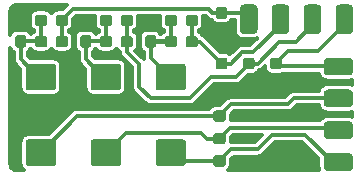
<source format=gbr>
G04 #@! TF.GenerationSoftware,KiCad,Pcbnew,(5.1.5-0-10_14)*
G04 #@! TF.CreationDate,2020-08-30T17:59:42+03:00*
G04 #@! TF.ProjectId,miniRGBii,6d696e69-5247-4426-9969-2e6b69636164,rev?*
G04 #@! TF.SameCoordinates,Original*
G04 #@! TF.FileFunction,Copper,L1,Top*
G04 #@! TF.FilePolarity,Positive*
%FSLAX46Y46*%
G04 Gerber Fmt 4.6, Leading zero omitted, Abs format (unit mm)*
G04 Created by KiCad (PCBNEW (5.1.5-0-10_14)) date 2020-08-30 17:59:42*
%MOMM*%
%LPD*%
G04 APERTURE LIST*
%ADD10C,0.100000*%
%ADD11C,0.800000*%
%ADD12C,0.300000*%
%ADD13C,0.400000*%
G04 APERTURE END LIST*
G04 #@! TA.AperFunction,SMDPad,CuDef*
D10*
G36*
X206811756Y-66151806D02*
G01*
X206848159Y-66157206D01*
X206883857Y-66166147D01*
X206918506Y-66178545D01*
X206951774Y-66194280D01*
X206983339Y-66213199D01*
X207012897Y-66235121D01*
X207040165Y-66259835D01*
X207064879Y-66287103D01*
X207086801Y-66316661D01*
X207105720Y-66348226D01*
X207121455Y-66381494D01*
X207133853Y-66416143D01*
X207142794Y-66451841D01*
X207148194Y-66488244D01*
X207150000Y-66525000D01*
X207150000Y-68275000D01*
X207148194Y-68311756D01*
X207142794Y-68348159D01*
X207133853Y-68383857D01*
X207121455Y-68418506D01*
X207105720Y-68451774D01*
X207086801Y-68483339D01*
X207064879Y-68512897D01*
X207040165Y-68540165D01*
X207012897Y-68564879D01*
X206983339Y-68586801D01*
X206951774Y-68605720D01*
X206918506Y-68621455D01*
X206883857Y-68633853D01*
X206848159Y-68642794D01*
X206811756Y-68648194D01*
X206775000Y-68650000D01*
X206025000Y-68650000D01*
X205988244Y-68648194D01*
X205951841Y-68642794D01*
X205916143Y-68633853D01*
X205881494Y-68621455D01*
X205848226Y-68605720D01*
X205816661Y-68586801D01*
X205787103Y-68564879D01*
X205759835Y-68540165D01*
X205735121Y-68512897D01*
X205713199Y-68483339D01*
X205694280Y-68451774D01*
X205678545Y-68418506D01*
X205666147Y-68383857D01*
X205657206Y-68348159D01*
X205651806Y-68311756D01*
X205650000Y-68275000D01*
X205650000Y-66525000D01*
X205651806Y-66488244D01*
X205657206Y-66451841D01*
X205666147Y-66416143D01*
X205678545Y-66381494D01*
X205694280Y-66348226D01*
X205713199Y-66316661D01*
X205735121Y-66287103D01*
X205759835Y-66259835D01*
X205787103Y-66235121D01*
X205816661Y-66213199D01*
X205848226Y-66194280D01*
X205881494Y-66178545D01*
X205916143Y-66166147D01*
X205951841Y-66157206D01*
X205988244Y-66151806D01*
X206025000Y-66150000D01*
X206775000Y-66150000D01*
X206811756Y-66151806D01*
G37*
G04 #@! TD.AperFunction*
G04 #@! TA.AperFunction,SMDPad,CuDef*
G36*
X204111756Y-54451806D02*
G01*
X204148159Y-54457206D01*
X204183857Y-54466147D01*
X204218506Y-54478545D01*
X204251774Y-54494280D01*
X204283339Y-54513199D01*
X204312897Y-54535121D01*
X204340165Y-54559835D01*
X204364879Y-54587103D01*
X204386801Y-54616661D01*
X204405720Y-54648226D01*
X204421455Y-54681494D01*
X204433853Y-54716143D01*
X204442794Y-54751841D01*
X204448194Y-54788244D01*
X204450000Y-54825000D01*
X204450000Y-56575000D01*
X204448194Y-56611756D01*
X204442794Y-56648159D01*
X204433853Y-56683857D01*
X204421455Y-56718506D01*
X204405720Y-56751774D01*
X204386801Y-56783339D01*
X204364879Y-56812897D01*
X204340165Y-56840165D01*
X204312897Y-56864879D01*
X204283339Y-56886801D01*
X204251774Y-56905720D01*
X204218506Y-56921455D01*
X204183857Y-56933853D01*
X204148159Y-56942794D01*
X204111756Y-56948194D01*
X204075000Y-56950000D01*
X203325000Y-56950000D01*
X203288244Y-56948194D01*
X203251841Y-56942794D01*
X203216143Y-56933853D01*
X203181494Y-56921455D01*
X203148226Y-56905720D01*
X203116661Y-56886801D01*
X203087103Y-56864879D01*
X203059835Y-56840165D01*
X203035121Y-56812897D01*
X203013199Y-56783339D01*
X202994280Y-56751774D01*
X202978545Y-56718506D01*
X202966147Y-56683857D01*
X202957206Y-56648159D01*
X202951806Y-56611756D01*
X202950000Y-56575000D01*
X202950000Y-54825000D01*
X202951806Y-54788244D01*
X202957206Y-54751841D01*
X202966147Y-54716143D01*
X202978545Y-54681494D01*
X202994280Y-54648226D01*
X203013199Y-54616661D01*
X203035121Y-54587103D01*
X203059835Y-54559835D01*
X203087103Y-54535121D01*
X203116661Y-54513199D01*
X203148226Y-54494280D01*
X203181494Y-54478545D01*
X203216143Y-54466147D01*
X203251841Y-54457206D01*
X203288244Y-54451806D01*
X203325000Y-54450000D01*
X204075000Y-54450000D01*
X204111756Y-54451806D01*
G37*
G04 #@! TD.AperFunction*
G04 #@! TA.AperFunction,SMDPad,CuDef*
G36*
X206811756Y-54451806D02*
G01*
X206848159Y-54457206D01*
X206883857Y-54466147D01*
X206918506Y-54478545D01*
X206951774Y-54494280D01*
X206983339Y-54513199D01*
X207012897Y-54535121D01*
X207040165Y-54559835D01*
X207064879Y-54587103D01*
X207086801Y-54616661D01*
X207105720Y-54648226D01*
X207121455Y-54681494D01*
X207133853Y-54716143D01*
X207142794Y-54751841D01*
X207148194Y-54788244D01*
X207150000Y-54825000D01*
X207150000Y-56575000D01*
X207148194Y-56611756D01*
X207142794Y-56648159D01*
X207133853Y-56683857D01*
X207121455Y-56718506D01*
X207105720Y-56751774D01*
X207086801Y-56783339D01*
X207064879Y-56812897D01*
X207040165Y-56840165D01*
X207012897Y-56864879D01*
X206983339Y-56886801D01*
X206951774Y-56905720D01*
X206918506Y-56921455D01*
X206883857Y-56933853D01*
X206848159Y-56942794D01*
X206811756Y-56948194D01*
X206775000Y-56950000D01*
X206025000Y-56950000D01*
X205988244Y-56948194D01*
X205951841Y-56942794D01*
X205916143Y-56933853D01*
X205881494Y-56921455D01*
X205848226Y-56905720D01*
X205816661Y-56886801D01*
X205787103Y-56864879D01*
X205759835Y-56840165D01*
X205735121Y-56812897D01*
X205713199Y-56783339D01*
X205694280Y-56751774D01*
X205678545Y-56718506D01*
X205666147Y-56683857D01*
X205657206Y-56648159D01*
X205651806Y-56611756D01*
X205650000Y-56575000D01*
X205650000Y-54825000D01*
X205651806Y-54788244D01*
X205657206Y-54751841D01*
X205666147Y-54716143D01*
X205678545Y-54681494D01*
X205694280Y-54648226D01*
X205713199Y-54616661D01*
X205735121Y-54587103D01*
X205759835Y-54559835D01*
X205787103Y-54535121D01*
X205816661Y-54513199D01*
X205848226Y-54494280D01*
X205881494Y-54478545D01*
X205916143Y-54466147D01*
X205951841Y-54457206D01*
X205988244Y-54451806D01*
X206025000Y-54450000D01*
X206775000Y-54450000D01*
X206811756Y-54451806D01*
G37*
G04 #@! TD.AperFunction*
G04 #@! TA.AperFunction,SMDPad,CuDef*
G36*
X209511756Y-54451806D02*
G01*
X209548159Y-54457206D01*
X209583857Y-54466147D01*
X209618506Y-54478545D01*
X209651774Y-54494280D01*
X209683339Y-54513199D01*
X209712897Y-54535121D01*
X209740165Y-54559835D01*
X209764879Y-54587103D01*
X209786801Y-54616661D01*
X209805720Y-54648226D01*
X209821455Y-54681494D01*
X209833853Y-54716143D01*
X209842794Y-54751841D01*
X209848194Y-54788244D01*
X209850000Y-54825000D01*
X209850000Y-56575000D01*
X209848194Y-56611756D01*
X209842794Y-56648159D01*
X209833853Y-56683857D01*
X209821455Y-56718506D01*
X209805720Y-56751774D01*
X209786801Y-56783339D01*
X209764879Y-56812897D01*
X209740165Y-56840165D01*
X209712897Y-56864879D01*
X209683339Y-56886801D01*
X209651774Y-56905720D01*
X209618506Y-56921455D01*
X209583857Y-56933853D01*
X209548159Y-56942794D01*
X209511756Y-56948194D01*
X209475000Y-56950000D01*
X208725000Y-56950000D01*
X208688244Y-56948194D01*
X208651841Y-56942794D01*
X208616143Y-56933853D01*
X208581494Y-56921455D01*
X208548226Y-56905720D01*
X208516661Y-56886801D01*
X208487103Y-56864879D01*
X208459835Y-56840165D01*
X208435121Y-56812897D01*
X208413199Y-56783339D01*
X208394280Y-56751774D01*
X208378545Y-56718506D01*
X208366147Y-56683857D01*
X208357206Y-56648159D01*
X208351806Y-56611756D01*
X208350000Y-56575000D01*
X208350000Y-54825000D01*
X208351806Y-54788244D01*
X208357206Y-54751841D01*
X208366147Y-54716143D01*
X208378545Y-54681494D01*
X208394280Y-54648226D01*
X208413199Y-54616661D01*
X208435121Y-54587103D01*
X208459835Y-54559835D01*
X208487103Y-54535121D01*
X208516661Y-54513199D01*
X208548226Y-54494280D01*
X208581494Y-54478545D01*
X208616143Y-54466147D01*
X208651841Y-54457206D01*
X208688244Y-54451806D01*
X208725000Y-54450000D01*
X209475000Y-54450000D01*
X209511756Y-54451806D01*
G37*
G04 #@! TD.AperFunction*
G04 #@! TA.AperFunction,SMDPad,CuDef*
G36*
X212211756Y-58951806D02*
G01*
X212248159Y-58957206D01*
X212283857Y-58966147D01*
X212318506Y-58978545D01*
X212351774Y-58994280D01*
X212383339Y-59013199D01*
X212412897Y-59035121D01*
X212440165Y-59059835D01*
X212464879Y-59087103D01*
X212486801Y-59116661D01*
X212505720Y-59148226D01*
X212521455Y-59181494D01*
X212533853Y-59216143D01*
X212542794Y-59251841D01*
X212548194Y-59288244D01*
X212550000Y-59325000D01*
X212550000Y-60075000D01*
X212548194Y-60111756D01*
X212542794Y-60148159D01*
X212533853Y-60183857D01*
X212521455Y-60218506D01*
X212505720Y-60251774D01*
X212486801Y-60283339D01*
X212464879Y-60312897D01*
X212440165Y-60340165D01*
X212412897Y-60364879D01*
X212383339Y-60386801D01*
X212351774Y-60405720D01*
X212318506Y-60421455D01*
X212283857Y-60433853D01*
X212248159Y-60442794D01*
X212211756Y-60448194D01*
X212175000Y-60450000D01*
X210425000Y-60450000D01*
X210388244Y-60448194D01*
X210351841Y-60442794D01*
X210316143Y-60433853D01*
X210281494Y-60421455D01*
X210248226Y-60405720D01*
X210216661Y-60386801D01*
X210187103Y-60364879D01*
X210159835Y-60340165D01*
X210135121Y-60312897D01*
X210113199Y-60283339D01*
X210094280Y-60251774D01*
X210078545Y-60218506D01*
X210066147Y-60183857D01*
X210057206Y-60148159D01*
X210051806Y-60111756D01*
X210050000Y-60075000D01*
X210050000Y-59325000D01*
X210051806Y-59288244D01*
X210057206Y-59251841D01*
X210066147Y-59216143D01*
X210078545Y-59181494D01*
X210094280Y-59148226D01*
X210113199Y-59116661D01*
X210135121Y-59087103D01*
X210159835Y-59059835D01*
X210187103Y-59035121D01*
X210216661Y-59013199D01*
X210248226Y-58994280D01*
X210281494Y-58978545D01*
X210316143Y-58966147D01*
X210351841Y-58957206D01*
X210388244Y-58951806D01*
X210425000Y-58950000D01*
X212175000Y-58950000D01*
X212211756Y-58951806D01*
G37*
G04 #@! TD.AperFunction*
G04 #@! TA.AperFunction,SMDPad,CuDef*
G36*
X212211756Y-64351806D02*
G01*
X212248159Y-64357206D01*
X212283857Y-64366147D01*
X212318506Y-64378545D01*
X212351774Y-64394280D01*
X212383339Y-64413199D01*
X212412897Y-64435121D01*
X212440165Y-64459835D01*
X212464879Y-64487103D01*
X212486801Y-64516661D01*
X212505720Y-64548226D01*
X212521455Y-64581494D01*
X212533853Y-64616143D01*
X212542794Y-64651841D01*
X212548194Y-64688244D01*
X212550000Y-64725000D01*
X212550000Y-65475000D01*
X212548194Y-65511756D01*
X212542794Y-65548159D01*
X212533853Y-65583857D01*
X212521455Y-65618506D01*
X212505720Y-65651774D01*
X212486801Y-65683339D01*
X212464879Y-65712897D01*
X212440165Y-65740165D01*
X212412897Y-65764879D01*
X212383339Y-65786801D01*
X212351774Y-65805720D01*
X212318506Y-65821455D01*
X212283857Y-65833853D01*
X212248159Y-65842794D01*
X212211756Y-65848194D01*
X212175000Y-65850000D01*
X210425000Y-65850000D01*
X210388244Y-65848194D01*
X210351841Y-65842794D01*
X210316143Y-65833853D01*
X210281494Y-65821455D01*
X210248226Y-65805720D01*
X210216661Y-65786801D01*
X210187103Y-65764879D01*
X210159835Y-65740165D01*
X210135121Y-65712897D01*
X210113199Y-65683339D01*
X210094280Y-65651774D01*
X210078545Y-65618506D01*
X210066147Y-65583857D01*
X210057206Y-65548159D01*
X210051806Y-65511756D01*
X210050000Y-65475000D01*
X210050000Y-64725000D01*
X210051806Y-64688244D01*
X210057206Y-64651841D01*
X210066147Y-64616143D01*
X210078545Y-64581494D01*
X210094280Y-64548226D01*
X210113199Y-64516661D01*
X210135121Y-64487103D01*
X210159835Y-64459835D01*
X210187103Y-64435121D01*
X210216661Y-64413199D01*
X210248226Y-64394280D01*
X210281494Y-64378545D01*
X210316143Y-64366147D01*
X210351841Y-64357206D01*
X210388244Y-64351806D01*
X210425000Y-64350000D01*
X212175000Y-64350000D01*
X212211756Y-64351806D01*
G37*
G04 #@! TD.AperFunction*
G04 #@! TA.AperFunction,SMDPad,CuDef*
G36*
X212211756Y-67051806D02*
G01*
X212248159Y-67057206D01*
X212283857Y-67066147D01*
X212318506Y-67078545D01*
X212351774Y-67094280D01*
X212383339Y-67113199D01*
X212412897Y-67135121D01*
X212440165Y-67159835D01*
X212464879Y-67187103D01*
X212486801Y-67216661D01*
X212505720Y-67248226D01*
X212521455Y-67281494D01*
X212533853Y-67316143D01*
X212542794Y-67351841D01*
X212548194Y-67388244D01*
X212550000Y-67425000D01*
X212550000Y-68175000D01*
X212548194Y-68211756D01*
X212542794Y-68248159D01*
X212533853Y-68283857D01*
X212521455Y-68318506D01*
X212505720Y-68351774D01*
X212486801Y-68383339D01*
X212464879Y-68412897D01*
X212440165Y-68440165D01*
X212412897Y-68464879D01*
X212383339Y-68486801D01*
X212351774Y-68505720D01*
X212318506Y-68521455D01*
X212283857Y-68533853D01*
X212248159Y-68542794D01*
X212211756Y-68548194D01*
X212175000Y-68550000D01*
X210425000Y-68550000D01*
X210388244Y-68548194D01*
X210351841Y-68542794D01*
X210316143Y-68533853D01*
X210281494Y-68521455D01*
X210248226Y-68505720D01*
X210216661Y-68486801D01*
X210187103Y-68464879D01*
X210159835Y-68440165D01*
X210135121Y-68412897D01*
X210113199Y-68383339D01*
X210094280Y-68351774D01*
X210078545Y-68318506D01*
X210066147Y-68283857D01*
X210057206Y-68248159D01*
X210051806Y-68211756D01*
X210050000Y-68175000D01*
X210050000Y-67425000D01*
X210051806Y-67388244D01*
X210057206Y-67351841D01*
X210066147Y-67316143D01*
X210078545Y-67281494D01*
X210094280Y-67248226D01*
X210113199Y-67216661D01*
X210135121Y-67187103D01*
X210159835Y-67159835D01*
X210187103Y-67135121D01*
X210216661Y-67113199D01*
X210248226Y-67094280D01*
X210281494Y-67078545D01*
X210316143Y-67066147D01*
X210351841Y-67057206D01*
X210388244Y-67051806D01*
X210425000Y-67050000D01*
X212175000Y-67050000D01*
X212211756Y-67051806D01*
G37*
G04 #@! TD.AperFunction*
G04 #@! TA.AperFunction,SMDPad,CuDef*
G36*
X212211756Y-61651806D02*
G01*
X212248159Y-61657206D01*
X212283857Y-61666147D01*
X212318506Y-61678545D01*
X212351774Y-61694280D01*
X212383339Y-61713199D01*
X212412897Y-61735121D01*
X212440165Y-61759835D01*
X212464879Y-61787103D01*
X212486801Y-61816661D01*
X212505720Y-61848226D01*
X212521455Y-61881494D01*
X212533853Y-61916143D01*
X212542794Y-61951841D01*
X212548194Y-61988244D01*
X212550000Y-62025000D01*
X212550000Y-62775000D01*
X212548194Y-62811756D01*
X212542794Y-62848159D01*
X212533853Y-62883857D01*
X212521455Y-62918506D01*
X212505720Y-62951774D01*
X212486801Y-62983339D01*
X212464879Y-63012897D01*
X212440165Y-63040165D01*
X212412897Y-63064879D01*
X212383339Y-63086801D01*
X212351774Y-63105720D01*
X212318506Y-63121455D01*
X212283857Y-63133853D01*
X212248159Y-63142794D01*
X212211756Y-63148194D01*
X212175000Y-63150000D01*
X210425000Y-63150000D01*
X210388244Y-63148194D01*
X210351841Y-63142794D01*
X210316143Y-63133853D01*
X210281494Y-63121455D01*
X210248226Y-63105720D01*
X210216661Y-63086801D01*
X210187103Y-63064879D01*
X210159835Y-63040165D01*
X210135121Y-63012897D01*
X210113199Y-62983339D01*
X210094280Y-62951774D01*
X210078545Y-62918506D01*
X210066147Y-62883857D01*
X210057206Y-62848159D01*
X210051806Y-62811756D01*
X210050000Y-62775000D01*
X210050000Y-62025000D01*
X210051806Y-61988244D01*
X210057206Y-61951841D01*
X210066147Y-61916143D01*
X210078545Y-61881494D01*
X210094280Y-61848226D01*
X210113199Y-61816661D01*
X210135121Y-61787103D01*
X210159835Y-61759835D01*
X210187103Y-61735121D01*
X210216661Y-61713199D01*
X210248226Y-61694280D01*
X210281494Y-61678545D01*
X210316143Y-61666147D01*
X210351841Y-61657206D01*
X210388244Y-61651806D01*
X210425000Y-61650000D01*
X212175000Y-61650000D01*
X212211756Y-61651806D01*
G37*
G04 #@! TD.AperFunction*
G04 #@! TA.AperFunction,SMDPad,CuDef*
G36*
X212211756Y-54451806D02*
G01*
X212248159Y-54457206D01*
X212283857Y-54466147D01*
X212318506Y-54478545D01*
X212351774Y-54494280D01*
X212383339Y-54513199D01*
X212412897Y-54535121D01*
X212440165Y-54559835D01*
X212464879Y-54587103D01*
X212486801Y-54616661D01*
X212505720Y-54648226D01*
X212521455Y-54681494D01*
X212533853Y-54716143D01*
X212542794Y-54751841D01*
X212548194Y-54788244D01*
X212550000Y-54825000D01*
X212550000Y-56575000D01*
X212548194Y-56611756D01*
X212542794Y-56648159D01*
X212533853Y-56683857D01*
X212521455Y-56718506D01*
X212505720Y-56751774D01*
X212486801Y-56783339D01*
X212464879Y-56812897D01*
X212440165Y-56840165D01*
X212412897Y-56864879D01*
X212383339Y-56886801D01*
X212351774Y-56905720D01*
X212318506Y-56921455D01*
X212283857Y-56933853D01*
X212248159Y-56942794D01*
X212211756Y-56948194D01*
X212175000Y-56950000D01*
X211425000Y-56950000D01*
X211388244Y-56948194D01*
X211351841Y-56942794D01*
X211316143Y-56933853D01*
X211281494Y-56921455D01*
X211248226Y-56905720D01*
X211216661Y-56886801D01*
X211187103Y-56864879D01*
X211159835Y-56840165D01*
X211135121Y-56812897D01*
X211113199Y-56783339D01*
X211094280Y-56751774D01*
X211078545Y-56718506D01*
X211066147Y-56683857D01*
X211057206Y-56648159D01*
X211051806Y-56611756D01*
X211050000Y-56575000D01*
X211050000Y-54825000D01*
X211051806Y-54788244D01*
X211057206Y-54751841D01*
X211066147Y-54716143D01*
X211078545Y-54681494D01*
X211094280Y-54648226D01*
X211113199Y-54616661D01*
X211135121Y-54587103D01*
X211159835Y-54559835D01*
X211187103Y-54535121D01*
X211216661Y-54513199D01*
X211248226Y-54494280D01*
X211281494Y-54478545D01*
X211316143Y-54466147D01*
X211351841Y-54457206D01*
X211388244Y-54451806D01*
X211425000Y-54450000D01*
X212175000Y-54450000D01*
X212211756Y-54451806D01*
G37*
G04 #@! TD.AperFunction*
G04 #@! TA.AperFunction,SMDPad,CuDef*
G36*
X206274504Y-58951204D02*
G01*
X206298773Y-58954804D01*
X206322571Y-58960765D01*
X206345671Y-58969030D01*
X206367849Y-58979520D01*
X206388893Y-58992133D01*
X206408598Y-59006747D01*
X206426777Y-59023223D01*
X206443253Y-59041402D01*
X206457867Y-59061107D01*
X206470480Y-59082151D01*
X206480970Y-59104329D01*
X206489235Y-59127429D01*
X206495196Y-59151227D01*
X206498796Y-59175496D01*
X206500000Y-59200000D01*
X206500000Y-59700000D01*
X206498796Y-59724504D01*
X206495196Y-59748773D01*
X206489235Y-59772571D01*
X206480970Y-59795671D01*
X206470480Y-59817849D01*
X206457867Y-59838893D01*
X206443253Y-59858598D01*
X206426777Y-59876777D01*
X206408598Y-59893253D01*
X206388893Y-59907867D01*
X206367849Y-59920480D01*
X206345671Y-59930970D01*
X206322571Y-59939235D01*
X206298773Y-59945196D01*
X206274504Y-59948796D01*
X206250000Y-59950000D01*
X205750000Y-59950000D01*
X205725496Y-59948796D01*
X205701227Y-59945196D01*
X205677429Y-59939235D01*
X205654329Y-59930970D01*
X205632151Y-59920480D01*
X205611107Y-59907867D01*
X205591402Y-59893253D01*
X205573223Y-59876777D01*
X205556747Y-59858598D01*
X205542133Y-59838893D01*
X205529520Y-59817849D01*
X205519030Y-59795671D01*
X205510765Y-59772571D01*
X205504804Y-59748773D01*
X205501204Y-59724504D01*
X205500000Y-59700000D01*
X205500000Y-59200000D01*
X205501204Y-59175496D01*
X205504804Y-59151227D01*
X205510765Y-59127429D01*
X205519030Y-59104329D01*
X205529520Y-59082151D01*
X205542133Y-59061107D01*
X205556747Y-59041402D01*
X205573223Y-59023223D01*
X205591402Y-59006747D01*
X205611107Y-58992133D01*
X205632151Y-58979520D01*
X205654329Y-58969030D01*
X205677429Y-58960765D01*
X205701227Y-58954804D01*
X205725496Y-58951204D01*
X205750000Y-58950000D01*
X206250000Y-58950000D01*
X206274504Y-58951204D01*
G37*
G04 #@! TD.AperFunction*
G04 #@! TA.AperFunction,SMDPad,CuDef*
G36*
X206274504Y-61451204D02*
G01*
X206298773Y-61454804D01*
X206322571Y-61460765D01*
X206345671Y-61469030D01*
X206367849Y-61479520D01*
X206388893Y-61492133D01*
X206408598Y-61506747D01*
X206426777Y-61523223D01*
X206443253Y-61541402D01*
X206457867Y-61561107D01*
X206470480Y-61582151D01*
X206480970Y-61604329D01*
X206489235Y-61627429D01*
X206495196Y-61651227D01*
X206498796Y-61675496D01*
X206500000Y-61700000D01*
X206500000Y-62200000D01*
X206498796Y-62224504D01*
X206495196Y-62248773D01*
X206489235Y-62272571D01*
X206480970Y-62295671D01*
X206470480Y-62317849D01*
X206457867Y-62338893D01*
X206443253Y-62358598D01*
X206426777Y-62376777D01*
X206408598Y-62393253D01*
X206388893Y-62407867D01*
X206367849Y-62420480D01*
X206345671Y-62430970D01*
X206322571Y-62439235D01*
X206298773Y-62445196D01*
X206274504Y-62448796D01*
X206250000Y-62450000D01*
X205750000Y-62450000D01*
X205725496Y-62448796D01*
X205701227Y-62445196D01*
X205677429Y-62439235D01*
X205654329Y-62430970D01*
X205632151Y-62420480D01*
X205611107Y-62407867D01*
X205591402Y-62393253D01*
X205573223Y-62376777D01*
X205556747Y-62358598D01*
X205542133Y-62338893D01*
X205529520Y-62317849D01*
X205519030Y-62295671D01*
X205510765Y-62272571D01*
X205504804Y-62248773D01*
X205501204Y-62224504D01*
X205500000Y-62200000D01*
X205500000Y-61700000D01*
X205501204Y-61675496D01*
X205504804Y-61651227D01*
X205510765Y-61627429D01*
X205519030Y-61604329D01*
X205529520Y-61582151D01*
X205542133Y-61561107D01*
X205556747Y-61541402D01*
X205573223Y-61523223D01*
X205591402Y-61506747D01*
X205611107Y-61492133D01*
X205632151Y-61479520D01*
X205654329Y-61469030D01*
X205677429Y-61460765D01*
X205701227Y-61454804D01*
X205725496Y-61451204D01*
X205750000Y-61450000D01*
X206250000Y-61450000D01*
X206274504Y-61451204D01*
G37*
G04 #@! TD.AperFunction*
G04 #@! TA.AperFunction,SMDPad,CuDef*
G36*
X198149505Y-65876204D02*
G01*
X198173773Y-65879804D01*
X198197572Y-65885765D01*
X198220671Y-65894030D01*
X198242850Y-65904520D01*
X198263893Y-65917132D01*
X198283599Y-65931747D01*
X198301777Y-65948223D01*
X198318253Y-65966401D01*
X198332868Y-65986107D01*
X198345480Y-66007150D01*
X198355970Y-66029329D01*
X198364235Y-66052428D01*
X198370196Y-66076227D01*
X198373796Y-66100495D01*
X198375000Y-66124999D01*
X198375000Y-67875001D01*
X198373796Y-67899505D01*
X198370196Y-67923773D01*
X198364235Y-67947572D01*
X198355970Y-67970671D01*
X198345480Y-67992850D01*
X198332868Y-68013893D01*
X198318253Y-68033599D01*
X198301777Y-68051777D01*
X198283599Y-68068253D01*
X198263893Y-68082868D01*
X198242850Y-68095480D01*
X198220671Y-68105970D01*
X198197572Y-68114235D01*
X198173773Y-68120196D01*
X198149505Y-68123796D01*
X198125001Y-68125000D01*
X196074999Y-68125000D01*
X196050495Y-68123796D01*
X196026227Y-68120196D01*
X196002428Y-68114235D01*
X195979329Y-68105970D01*
X195957150Y-68095480D01*
X195936107Y-68082868D01*
X195916401Y-68068253D01*
X195898223Y-68051777D01*
X195881747Y-68033599D01*
X195867132Y-68013893D01*
X195854520Y-67992850D01*
X195844030Y-67970671D01*
X195835765Y-67947572D01*
X195829804Y-67923773D01*
X195826204Y-67899505D01*
X195825000Y-67875001D01*
X195825000Y-66124999D01*
X195826204Y-66100495D01*
X195829804Y-66076227D01*
X195835765Y-66052428D01*
X195844030Y-66029329D01*
X195854520Y-66007150D01*
X195867132Y-65986107D01*
X195881747Y-65966401D01*
X195898223Y-65948223D01*
X195916401Y-65931747D01*
X195936107Y-65917132D01*
X195957150Y-65904520D01*
X195979329Y-65894030D01*
X196002428Y-65885765D01*
X196026227Y-65879804D01*
X196050495Y-65876204D01*
X196074999Y-65875000D01*
X198125001Y-65875000D01*
X198149505Y-65876204D01*
G37*
G04 #@! TD.AperFunction*
G04 #@! TA.AperFunction,SMDPad,CuDef*
G36*
X198149505Y-59476204D02*
G01*
X198173773Y-59479804D01*
X198197572Y-59485765D01*
X198220671Y-59494030D01*
X198242850Y-59504520D01*
X198263893Y-59517132D01*
X198283599Y-59531747D01*
X198301777Y-59548223D01*
X198318253Y-59566401D01*
X198332868Y-59586107D01*
X198345480Y-59607150D01*
X198355970Y-59629329D01*
X198364235Y-59652428D01*
X198370196Y-59676227D01*
X198373796Y-59700495D01*
X198375000Y-59724999D01*
X198375000Y-61475001D01*
X198373796Y-61499505D01*
X198370196Y-61523773D01*
X198364235Y-61547572D01*
X198355970Y-61570671D01*
X198345480Y-61592850D01*
X198332868Y-61613893D01*
X198318253Y-61633599D01*
X198301777Y-61651777D01*
X198283599Y-61668253D01*
X198263893Y-61682868D01*
X198242850Y-61695480D01*
X198220671Y-61705970D01*
X198197572Y-61714235D01*
X198173773Y-61720196D01*
X198149505Y-61723796D01*
X198125001Y-61725000D01*
X196074999Y-61725000D01*
X196050495Y-61723796D01*
X196026227Y-61720196D01*
X196002428Y-61714235D01*
X195979329Y-61705970D01*
X195957150Y-61695480D01*
X195936107Y-61682868D01*
X195916401Y-61668253D01*
X195898223Y-61651777D01*
X195881747Y-61633599D01*
X195867132Y-61613893D01*
X195854520Y-61592850D01*
X195844030Y-61570671D01*
X195835765Y-61547572D01*
X195829804Y-61523773D01*
X195826204Y-61499505D01*
X195825000Y-61475001D01*
X195825000Y-59724999D01*
X195826204Y-59700495D01*
X195829804Y-59676227D01*
X195835765Y-59652428D01*
X195844030Y-59629329D01*
X195854520Y-59607150D01*
X195867132Y-59586107D01*
X195881747Y-59566401D01*
X195898223Y-59548223D01*
X195916401Y-59531747D01*
X195936107Y-59517132D01*
X195957150Y-59504520D01*
X195979329Y-59494030D01*
X196002428Y-59485765D01*
X196026227Y-59479804D01*
X196050495Y-59476204D01*
X196074999Y-59475000D01*
X198125001Y-59475000D01*
X198149505Y-59476204D01*
G37*
G04 #@! TD.AperFunction*
G04 #@! TA.AperFunction,SMDPad,CuDef*
G36*
X192649505Y-59476204D02*
G01*
X192673773Y-59479804D01*
X192697572Y-59485765D01*
X192720671Y-59494030D01*
X192742850Y-59504520D01*
X192763893Y-59517132D01*
X192783599Y-59531747D01*
X192801777Y-59548223D01*
X192818253Y-59566401D01*
X192832868Y-59586107D01*
X192845480Y-59607150D01*
X192855970Y-59629329D01*
X192864235Y-59652428D01*
X192870196Y-59676227D01*
X192873796Y-59700495D01*
X192875000Y-59724999D01*
X192875000Y-61475001D01*
X192873796Y-61499505D01*
X192870196Y-61523773D01*
X192864235Y-61547572D01*
X192855970Y-61570671D01*
X192845480Y-61592850D01*
X192832868Y-61613893D01*
X192818253Y-61633599D01*
X192801777Y-61651777D01*
X192783599Y-61668253D01*
X192763893Y-61682868D01*
X192742850Y-61695480D01*
X192720671Y-61705970D01*
X192697572Y-61714235D01*
X192673773Y-61720196D01*
X192649505Y-61723796D01*
X192625001Y-61725000D01*
X190574999Y-61725000D01*
X190550495Y-61723796D01*
X190526227Y-61720196D01*
X190502428Y-61714235D01*
X190479329Y-61705970D01*
X190457150Y-61695480D01*
X190436107Y-61682868D01*
X190416401Y-61668253D01*
X190398223Y-61651777D01*
X190381747Y-61633599D01*
X190367132Y-61613893D01*
X190354520Y-61592850D01*
X190344030Y-61570671D01*
X190335765Y-61547572D01*
X190329804Y-61523773D01*
X190326204Y-61499505D01*
X190325000Y-61475001D01*
X190325000Y-59724999D01*
X190326204Y-59700495D01*
X190329804Y-59676227D01*
X190335765Y-59652428D01*
X190344030Y-59629329D01*
X190354520Y-59607150D01*
X190367132Y-59586107D01*
X190381747Y-59566401D01*
X190398223Y-59548223D01*
X190416401Y-59531747D01*
X190436107Y-59517132D01*
X190457150Y-59504520D01*
X190479329Y-59494030D01*
X190502428Y-59485765D01*
X190526227Y-59479804D01*
X190550495Y-59476204D01*
X190574999Y-59475000D01*
X192625001Y-59475000D01*
X192649505Y-59476204D01*
G37*
G04 #@! TD.AperFunction*
G04 #@! TA.AperFunction,SMDPad,CuDef*
G36*
X192649505Y-65876204D02*
G01*
X192673773Y-65879804D01*
X192697572Y-65885765D01*
X192720671Y-65894030D01*
X192742850Y-65904520D01*
X192763893Y-65917132D01*
X192783599Y-65931747D01*
X192801777Y-65948223D01*
X192818253Y-65966401D01*
X192832868Y-65986107D01*
X192845480Y-66007150D01*
X192855970Y-66029329D01*
X192864235Y-66052428D01*
X192870196Y-66076227D01*
X192873796Y-66100495D01*
X192875000Y-66124999D01*
X192875000Y-67875001D01*
X192873796Y-67899505D01*
X192870196Y-67923773D01*
X192864235Y-67947572D01*
X192855970Y-67970671D01*
X192845480Y-67992850D01*
X192832868Y-68013893D01*
X192818253Y-68033599D01*
X192801777Y-68051777D01*
X192783599Y-68068253D01*
X192763893Y-68082868D01*
X192742850Y-68095480D01*
X192720671Y-68105970D01*
X192697572Y-68114235D01*
X192673773Y-68120196D01*
X192649505Y-68123796D01*
X192625001Y-68125000D01*
X190574999Y-68125000D01*
X190550495Y-68123796D01*
X190526227Y-68120196D01*
X190502428Y-68114235D01*
X190479329Y-68105970D01*
X190457150Y-68095480D01*
X190436107Y-68082868D01*
X190416401Y-68068253D01*
X190398223Y-68051777D01*
X190381747Y-68033599D01*
X190367132Y-68013893D01*
X190354520Y-67992850D01*
X190344030Y-67970671D01*
X190335765Y-67947572D01*
X190329804Y-67923773D01*
X190326204Y-67899505D01*
X190325000Y-67875001D01*
X190325000Y-66124999D01*
X190326204Y-66100495D01*
X190329804Y-66076227D01*
X190335765Y-66052428D01*
X190344030Y-66029329D01*
X190354520Y-66007150D01*
X190367132Y-65986107D01*
X190381747Y-65966401D01*
X190398223Y-65948223D01*
X190416401Y-65931747D01*
X190436107Y-65917132D01*
X190457150Y-65904520D01*
X190479329Y-65894030D01*
X190502428Y-65885765D01*
X190526227Y-65879804D01*
X190550495Y-65876204D01*
X190574999Y-65875000D01*
X192625001Y-65875000D01*
X192649505Y-65876204D01*
G37*
G04 #@! TD.AperFunction*
G04 #@! TA.AperFunction,SMDPad,CuDef*
G36*
X187149505Y-65876204D02*
G01*
X187173773Y-65879804D01*
X187197572Y-65885765D01*
X187220671Y-65894030D01*
X187242850Y-65904520D01*
X187263893Y-65917132D01*
X187283599Y-65931747D01*
X187301777Y-65948223D01*
X187318253Y-65966401D01*
X187332868Y-65986107D01*
X187345480Y-66007150D01*
X187355970Y-66029329D01*
X187364235Y-66052428D01*
X187370196Y-66076227D01*
X187373796Y-66100495D01*
X187375000Y-66124999D01*
X187375000Y-67875001D01*
X187373796Y-67899505D01*
X187370196Y-67923773D01*
X187364235Y-67947572D01*
X187355970Y-67970671D01*
X187345480Y-67992850D01*
X187332868Y-68013893D01*
X187318253Y-68033599D01*
X187301777Y-68051777D01*
X187283599Y-68068253D01*
X187263893Y-68082868D01*
X187242850Y-68095480D01*
X187220671Y-68105970D01*
X187197572Y-68114235D01*
X187173773Y-68120196D01*
X187149505Y-68123796D01*
X187125001Y-68125000D01*
X185074999Y-68125000D01*
X185050495Y-68123796D01*
X185026227Y-68120196D01*
X185002428Y-68114235D01*
X184979329Y-68105970D01*
X184957150Y-68095480D01*
X184936107Y-68082868D01*
X184916401Y-68068253D01*
X184898223Y-68051777D01*
X184881747Y-68033599D01*
X184867132Y-68013893D01*
X184854520Y-67992850D01*
X184844030Y-67970671D01*
X184835765Y-67947572D01*
X184829804Y-67923773D01*
X184826204Y-67899505D01*
X184825000Y-67875001D01*
X184825000Y-66124999D01*
X184826204Y-66100495D01*
X184829804Y-66076227D01*
X184835765Y-66052428D01*
X184844030Y-66029329D01*
X184854520Y-66007150D01*
X184867132Y-65986107D01*
X184881747Y-65966401D01*
X184898223Y-65948223D01*
X184916401Y-65931747D01*
X184936107Y-65917132D01*
X184957150Y-65904520D01*
X184979329Y-65894030D01*
X185002428Y-65885765D01*
X185026227Y-65879804D01*
X185050495Y-65876204D01*
X185074999Y-65875000D01*
X187125001Y-65875000D01*
X187149505Y-65876204D01*
G37*
G04 #@! TD.AperFunction*
G04 #@! TA.AperFunction,SMDPad,CuDef*
G36*
X187149505Y-59476204D02*
G01*
X187173773Y-59479804D01*
X187197572Y-59485765D01*
X187220671Y-59494030D01*
X187242850Y-59504520D01*
X187263893Y-59517132D01*
X187283599Y-59531747D01*
X187301777Y-59548223D01*
X187318253Y-59566401D01*
X187332868Y-59586107D01*
X187345480Y-59607150D01*
X187355970Y-59629329D01*
X187364235Y-59652428D01*
X187370196Y-59676227D01*
X187373796Y-59700495D01*
X187375000Y-59724999D01*
X187375000Y-61475001D01*
X187373796Y-61499505D01*
X187370196Y-61523773D01*
X187364235Y-61547572D01*
X187355970Y-61570671D01*
X187345480Y-61592850D01*
X187332868Y-61613893D01*
X187318253Y-61633599D01*
X187301777Y-61651777D01*
X187283599Y-61668253D01*
X187263893Y-61682868D01*
X187242850Y-61695480D01*
X187220671Y-61705970D01*
X187197572Y-61714235D01*
X187173773Y-61720196D01*
X187149505Y-61723796D01*
X187125001Y-61725000D01*
X185074999Y-61725000D01*
X185050495Y-61723796D01*
X185026227Y-61720196D01*
X185002428Y-61714235D01*
X184979329Y-61705970D01*
X184957150Y-61695480D01*
X184936107Y-61682868D01*
X184916401Y-61668253D01*
X184898223Y-61651777D01*
X184881747Y-61633599D01*
X184867132Y-61613893D01*
X184854520Y-61592850D01*
X184844030Y-61570671D01*
X184835765Y-61547572D01*
X184829804Y-61523773D01*
X184826204Y-61499505D01*
X184825000Y-61475001D01*
X184825000Y-59724999D01*
X184826204Y-59700495D01*
X184829804Y-59676227D01*
X184835765Y-59652428D01*
X184844030Y-59629329D01*
X184854520Y-59607150D01*
X184867132Y-59586107D01*
X184881747Y-59566401D01*
X184898223Y-59548223D01*
X184916401Y-59531747D01*
X184936107Y-59517132D01*
X184957150Y-59504520D01*
X184979329Y-59494030D01*
X185002428Y-59485765D01*
X185026227Y-59479804D01*
X185050495Y-59476204D01*
X185074999Y-59475000D01*
X187125001Y-59475000D01*
X187149505Y-59476204D01*
G37*
G04 #@! TD.AperFunction*
G04 #@! TA.AperFunction,SMDPad,CuDef*
G36*
X201674504Y-54651204D02*
G01*
X201698773Y-54654804D01*
X201722571Y-54660765D01*
X201745671Y-54669030D01*
X201767849Y-54679520D01*
X201788893Y-54692133D01*
X201808598Y-54706747D01*
X201826777Y-54723223D01*
X201843253Y-54741402D01*
X201857867Y-54761107D01*
X201870480Y-54782151D01*
X201880970Y-54804329D01*
X201889235Y-54827429D01*
X201895196Y-54851227D01*
X201898796Y-54875496D01*
X201900000Y-54900000D01*
X201900000Y-55400000D01*
X201898796Y-55424504D01*
X201895196Y-55448773D01*
X201889235Y-55472571D01*
X201880970Y-55495671D01*
X201870480Y-55517849D01*
X201857867Y-55538893D01*
X201843253Y-55558598D01*
X201826777Y-55576777D01*
X201808598Y-55593253D01*
X201788893Y-55607867D01*
X201767849Y-55620480D01*
X201745671Y-55630970D01*
X201722571Y-55639235D01*
X201698773Y-55645196D01*
X201674504Y-55648796D01*
X201650000Y-55650000D01*
X201150000Y-55650000D01*
X201125496Y-55648796D01*
X201101227Y-55645196D01*
X201077429Y-55639235D01*
X201054329Y-55630970D01*
X201032151Y-55620480D01*
X201011107Y-55607867D01*
X200991402Y-55593253D01*
X200973223Y-55576777D01*
X200956747Y-55558598D01*
X200942133Y-55538893D01*
X200929520Y-55517849D01*
X200919030Y-55495671D01*
X200910765Y-55472571D01*
X200904804Y-55448773D01*
X200901204Y-55424504D01*
X200900000Y-55400000D01*
X200900000Y-54900000D01*
X200901204Y-54875496D01*
X200904804Y-54851227D01*
X200910765Y-54827429D01*
X200919030Y-54804329D01*
X200929520Y-54782151D01*
X200942133Y-54761107D01*
X200956747Y-54741402D01*
X200973223Y-54723223D01*
X200991402Y-54706747D01*
X201011107Y-54692133D01*
X201032151Y-54679520D01*
X201054329Y-54669030D01*
X201077429Y-54660765D01*
X201101227Y-54654804D01*
X201125496Y-54651204D01*
X201150000Y-54650000D01*
X201650000Y-54650000D01*
X201674504Y-54651204D01*
G37*
G04 #@! TD.AperFunction*
G04 #@! TA.AperFunction,SMDPad,CuDef*
G36*
X201674504Y-57151204D02*
G01*
X201698773Y-57154804D01*
X201722571Y-57160765D01*
X201745671Y-57169030D01*
X201767849Y-57179520D01*
X201788893Y-57192133D01*
X201808598Y-57206747D01*
X201826777Y-57223223D01*
X201843253Y-57241402D01*
X201857867Y-57261107D01*
X201870480Y-57282151D01*
X201880970Y-57304329D01*
X201889235Y-57327429D01*
X201895196Y-57351227D01*
X201898796Y-57375496D01*
X201900000Y-57400000D01*
X201900000Y-57900000D01*
X201898796Y-57924504D01*
X201895196Y-57948773D01*
X201889235Y-57972571D01*
X201880970Y-57995671D01*
X201870480Y-58017849D01*
X201857867Y-58038893D01*
X201843253Y-58058598D01*
X201826777Y-58076777D01*
X201808598Y-58093253D01*
X201788893Y-58107867D01*
X201767849Y-58120480D01*
X201745671Y-58130970D01*
X201722571Y-58139235D01*
X201698773Y-58145196D01*
X201674504Y-58148796D01*
X201650000Y-58150000D01*
X201150000Y-58150000D01*
X201125496Y-58148796D01*
X201101227Y-58145196D01*
X201077429Y-58139235D01*
X201054329Y-58130970D01*
X201032151Y-58120480D01*
X201011107Y-58107867D01*
X200991402Y-58093253D01*
X200973223Y-58076777D01*
X200956747Y-58058598D01*
X200942133Y-58038893D01*
X200929520Y-58017849D01*
X200919030Y-57995671D01*
X200910765Y-57972571D01*
X200904804Y-57948773D01*
X200901204Y-57924504D01*
X200900000Y-57900000D01*
X200900000Y-57400000D01*
X200901204Y-57375496D01*
X200904804Y-57351227D01*
X200910765Y-57327429D01*
X200919030Y-57304329D01*
X200929520Y-57282151D01*
X200942133Y-57261107D01*
X200956747Y-57241402D01*
X200973223Y-57223223D01*
X200991402Y-57206747D01*
X201011107Y-57192133D01*
X201032151Y-57179520D01*
X201054329Y-57169030D01*
X201077429Y-57160765D01*
X201101227Y-57154804D01*
X201125496Y-57151204D01*
X201150000Y-57150000D01*
X201650000Y-57150000D01*
X201674504Y-57151204D01*
G37*
G04 #@! TD.AperFunction*
G04 #@! TA.AperFunction,SMDPad,CuDef*
G36*
X201674504Y-61451204D02*
G01*
X201698773Y-61454804D01*
X201722571Y-61460765D01*
X201745671Y-61469030D01*
X201767849Y-61479520D01*
X201788893Y-61492133D01*
X201808598Y-61506747D01*
X201826777Y-61523223D01*
X201843253Y-61541402D01*
X201857867Y-61561107D01*
X201870480Y-61582151D01*
X201880970Y-61604329D01*
X201889235Y-61627429D01*
X201895196Y-61651227D01*
X201898796Y-61675496D01*
X201900000Y-61700000D01*
X201900000Y-62200000D01*
X201898796Y-62224504D01*
X201895196Y-62248773D01*
X201889235Y-62272571D01*
X201880970Y-62295671D01*
X201870480Y-62317849D01*
X201857867Y-62338893D01*
X201843253Y-62358598D01*
X201826777Y-62376777D01*
X201808598Y-62393253D01*
X201788893Y-62407867D01*
X201767849Y-62420480D01*
X201745671Y-62430970D01*
X201722571Y-62439235D01*
X201698773Y-62445196D01*
X201674504Y-62448796D01*
X201650000Y-62450000D01*
X201150000Y-62450000D01*
X201125496Y-62448796D01*
X201101227Y-62445196D01*
X201077429Y-62439235D01*
X201054329Y-62430970D01*
X201032151Y-62420480D01*
X201011107Y-62407867D01*
X200991402Y-62393253D01*
X200973223Y-62376777D01*
X200956747Y-62358598D01*
X200942133Y-62338893D01*
X200929520Y-62317849D01*
X200919030Y-62295671D01*
X200910765Y-62272571D01*
X200904804Y-62248773D01*
X200901204Y-62224504D01*
X200900000Y-62200000D01*
X200900000Y-61700000D01*
X200901204Y-61675496D01*
X200904804Y-61651227D01*
X200910765Y-61627429D01*
X200919030Y-61604329D01*
X200929520Y-61582151D01*
X200942133Y-61561107D01*
X200956747Y-61541402D01*
X200973223Y-61523223D01*
X200991402Y-61506747D01*
X201011107Y-61492133D01*
X201032151Y-61479520D01*
X201054329Y-61469030D01*
X201077429Y-61460765D01*
X201101227Y-61454804D01*
X201125496Y-61451204D01*
X201150000Y-61450000D01*
X201650000Y-61450000D01*
X201674504Y-61451204D01*
G37*
G04 #@! TD.AperFunction*
G04 #@! TA.AperFunction,SMDPad,CuDef*
G36*
X201674504Y-58951204D02*
G01*
X201698773Y-58954804D01*
X201722571Y-58960765D01*
X201745671Y-58969030D01*
X201767849Y-58979520D01*
X201788893Y-58992133D01*
X201808598Y-59006747D01*
X201826777Y-59023223D01*
X201843253Y-59041402D01*
X201857867Y-59061107D01*
X201870480Y-59082151D01*
X201880970Y-59104329D01*
X201889235Y-59127429D01*
X201895196Y-59151227D01*
X201898796Y-59175496D01*
X201900000Y-59200000D01*
X201900000Y-59700000D01*
X201898796Y-59724504D01*
X201895196Y-59748773D01*
X201889235Y-59772571D01*
X201880970Y-59795671D01*
X201870480Y-59817849D01*
X201857867Y-59838893D01*
X201843253Y-59858598D01*
X201826777Y-59876777D01*
X201808598Y-59893253D01*
X201788893Y-59907867D01*
X201767849Y-59920480D01*
X201745671Y-59930970D01*
X201722571Y-59939235D01*
X201698773Y-59945196D01*
X201674504Y-59948796D01*
X201650000Y-59950000D01*
X201150000Y-59950000D01*
X201125496Y-59948796D01*
X201101227Y-59945196D01*
X201077429Y-59939235D01*
X201054329Y-59930970D01*
X201032151Y-59920480D01*
X201011107Y-59907867D01*
X200991402Y-59893253D01*
X200973223Y-59876777D01*
X200956747Y-59858598D01*
X200942133Y-59838893D01*
X200929520Y-59817849D01*
X200919030Y-59795671D01*
X200910765Y-59772571D01*
X200904804Y-59748773D01*
X200901204Y-59724504D01*
X200900000Y-59700000D01*
X200900000Y-59200000D01*
X200901204Y-59175496D01*
X200904804Y-59151227D01*
X200910765Y-59127429D01*
X200919030Y-59104329D01*
X200929520Y-59082151D01*
X200942133Y-59061107D01*
X200956747Y-59041402D01*
X200973223Y-59023223D01*
X200991402Y-59006747D01*
X201011107Y-58992133D01*
X201032151Y-58979520D01*
X201054329Y-58969030D01*
X201077429Y-58960765D01*
X201101227Y-58954804D01*
X201125496Y-58951204D01*
X201150000Y-58950000D01*
X201650000Y-58950000D01*
X201674504Y-58951204D01*
G37*
G04 #@! TD.AperFunction*
G04 #@! TA.AperFunction,SMDPad,CuDef*
G36*
X203974504Y-58951204D02*
G01*
X203998773Y-58954804D01*
X204022571Y-58960765D01*
X204045671Y-58969030D01*
X204067849Y-58979520D01*
X204088893Y-58992133D01*
X204108598Y-59006747D01*
X204126777Y-59023223D01*
X204143253Y-59041402D01*
X204157867Y-59061107D01*
X204170480Y-59082151D01*
X204180970Y-59104329D01*
X204189235Y-59127429D01*
X204195196Y-59151227D01*
X204198796Y-59175496D01*
X204200000Y-59200000D01*
X204200000Y-59700000D01*
X204198796Y-59724504D01*
X204195196Y-59748773D01*
X204189235Y-59772571D01*
X204180970Y-59795671D01*
X204170480Y-59817849D01*
X204157867Y-59838893D01*
X204143253Y-59858598D01*
X204126777Y-59876777D01*
X204108598Y-59893253D01*
X204088893Y-59907867D01*
X204067849Y-59920480D01*
X204045671Y-59930970D01*
X204022571Y-59939235D01*
X203998773Y-59945196D01*
X203974504Y-59948796D01*
X203950000Y-59950000D01*
X203450000Y-59950000D01*
X203425496Y-59948796D01*
X203401227Y-59945196D01*
X203377429Y-59939235D01*
X203354329Y-59930970D01*
X203332151Y-59920480D01*
X203311107Y-59907867D01*
X203291402Y-59893253D01*
X203273223Y-59876777D01*
X203256747Y-59858598D01*
X203242133Y-59838893D01*
X203229520Y-59817849D01*
X203219030Y-59795671D01*
X203210765Y-59772571D01*
X203204804Y-59748773D01*
X203201204Y-59724504D01*
X203200000Y-59700000D01*
X203200000Y-59200000D01*
X203201204Y-59175496D01*
X203204804Y-59151227D01*
X203210765Y-59127429D01*
X203219030Y-59104329D01*
X203229520Y-59082151D01*
X203242133Y-59061107D01*
X203256747Y-59041402D01*
X203273223Y-59023223D01*
X203291402Y-59006747D01*
X203311107Y-58992133D01*
X203332151Y-58979520D01*
X203354329Y-58969030D01*
X203377429Y-58960765D01*
X203401227Y-58954804D01*
X203425496Y-58951204D01*
X203450000Y-58950000D01*
X203950000Y-58950000D01*
X203974504Y-58951204D01*
G37*
G04 #@! TD.AperFunction*
G04 #@! TA.AperFunction,SMDPad,CuDef*
G36*
X203974504Y-61451204D02*
G01*
X203998773Y-61454804D01*
X204022571Y-61460765D01*
X204045671Y-61469030D01*
X204067849Y-61479520D01*
X204088893Y-61492133D01*
X204108598Y-61506747D01*
X204126777Y-61523223D01*
X204143253Y-61541402D01*
X204157867Y-61561107D01*
X204170480Y-61582151D01*
X204180970Y-61604329D01*
X204189235Y-61627429D01*
X204195196Y-61651227D01*
X204198796Y-61675496D01*
X204200000Y-61700000D01*
X204200000Y-62200000D01*
X204198796Y-62224504D01*
X204195196Y-62248773D01*
X204189235Y-62272571D01*
X204180970Y-62295671D01*
X204170480Y-62317849D01*
X204157867Y-62338893D01*
X204143253Y-62358598D01*
X204126777Y-62376777D01*
X204108598Y-62393253D01*
X204088893Y-62407867D01*
X204067849Y-62420480D01*
X204045671Y-62430970D01*
X204022571Y-62439235D01*
X203998773Y-62445196D01*
X203974504Y-62448796D01*
X203950000Y-62450000D01*
X203450000Y-62450000D01*
X203425496Y-62448796D01*
X203401227Y-62445196D01*
X203377429Y-62439235D01*
X203354329Y-62430970D01*
X203332151Y-62420480D01*
X203311107Y-62407867D01*
X203291402Y-62393253D01*
X203273223Y-62376777D01*
X203256747Y-62358598D01*
X203242133Y-62338893D01*
X203229520Y-62317849D01*
X203219030Y-62295671D01*
X203210765Y-62272571D01*
X203204804Y-62248773D01*
X203201204Y-62224504D01*
X203200000Y-62200000D01*
X203200000Y-61700000D01*
X203201204Y-61675496D01*
X203204804Y-61651227D01*
X203210765Y-61627429D01*
X203219030Y-61604329D01*
X203229520Y-61582151D01*
X203242133Y-61561107D01*
X203256747Y-61541402D01*
X203273223Y-61523223D01*
X203291402Y-61506747D01*
X203311107Y-61492133D01*
X203332151Y-61479520D01*
X203354329Y-61469030D01*
X203377429Y-61460765D01*
X203401227Y-61454804D01*
X203425496Y-61451204D01*
X203450000Y-61450000D01*
X203950000Y-61450000D01*
X203974504Y-61451204D01*
G37*
G04 #@! TD.AperFunction*
G04 #@! TA.AperFunction,SMDPad,CuDef*
G36*
X184660779Y-57051144D02*
G01*
X184683834Y-57054563D01*
X184706443Y-57060227D01*
X184728387Y-57068079D01*
X184749457Y-57078044D01*
X184769448Y-57090026D01*
X184788168Y-57103910D01*
X184805438Y-57119562D01*
X184821090Y-57136832D01*
X184834974Y-57155552D01*
X184846956Y-57175543D01*
X184856921Y-57196613D01*
X184864773Y-57218557D01*
X184870437Y-57241166D01*
X184873856Y-57264221D01*
X184875000Y-57287500D01*
X184875000Y-57862500D01*
X184873856Y-57885779D01*
X184870437Y-57908834D01*
X184864773Y-57931443D01*
X184856921Y-57953387D01*
X184846956Y-57974457D01*
X184834974Y-57994448D01*
X184821090Y-58013168D01*
X184805438Y-58030438D01*
X184788168Y-58046090D01*
X184769448Y-58059974D01*
X184749457Y-58071956D01*
X184728387Y-58081921D01*
X184706443Y-58089773D01*
X184683834Y-58095437D01*
X184660779Y-58098856D01*
X184637500Y-58100000D01*
X184162500Y-58100000D01*
X184139221Y-58098856D01*
X184116166Y-58095437D01*
X184093557Y-58089773D01*
X184071613Y-58081921D01*
X184050543Y-58071956D01*
X184030552Y-58059974D01*
X184011832Y-58046090D01*
X183994562Y-58030438D01*
X183978910Y-58013168D01*
X183965026Y-57994448D01*
X183953044Y-57974457D01*
X183943079Y-57953387D01*
X183935227Y-57931443D01*
X183929563Y-57908834D01*
X183926144Y-57885779D01*
X183925000Y-57862500D01*
X183925000Y-57287500D01*
X183926144Y-57264221D01*
X183929563Y-57241166D01*
X183935227Y-57218557D01*
X183943079Y-57196613D01*
X183953044Y-57175543D01*
X183965026Y-57155552D01*
X183978910Y-57136832D01*
X183994562Y-57119562D01*
X184011832Y-57103910D01*
X184030552Y-57090026D01*
X184050543Y-57078044D01*
X184071613Y-57068079D01*
X184093557Y-57060227D01*
X184116166Y-57054563D01*
X184139221Y-57051144D01*
X184162500Y-57050000D01*
X184637500Y-57050000D01*
X184660779Y-57051144D01*
G37*
G04 #@! TD.AperFunction*
G04 #@! TA.AperFunction,SMDPad,CuDef*
G36*
X184660779Y-55301144D02*
G01*
X184683834Y-55304563D01*
X184706443Y-55310227D01*
X184728387Y-55318079D01*
X184749457Y-55328044D01*
X184769448Y-55340026D01*
X184788168Y-55353910D01*
X184805438Y-55369562D01*
X184821090Y-55386832D01*
X184834974Y-55405552D01*
X184846956Y-55425543D01*
X184856921Y-55446613D01*
X184864773Y-55468557D01*
X184870437Y-55491166D01*
X184873856Y-55514221D01*
X184875000Y-55537500D01*
X184875000Y-56112500D01*
X184873856Y-56135779D01*
X184870437Y-56158834D01*
X184864773Y-56181443D01*
X184856921Y-56203387D01*
X184846956Y-56224457D01*
X184834974Y-56244448D01*
X184821090Y-56263168D01*
X184805438Y-56280438D01*
X184788168Y-56296090D01*
X184769448Y-56309974D01*
X184749457Y-56321956D01*
X184728387Y-56331921D01*
X184706443Y-56339773D01*
X184683834Y-56345437D01*
X184660779Y-56348856D01*
X184637500Y-56350000D01*
X184162500Y-56350000D01*
X184139221Y-56348856D01*
X184116166Y-56345437D01*
X184093557Y-56339773D01*
X184071613Y-56331921D01*
X184050543Y-56321956D01*
X184030552Y-56309974D01*
X184011832Y-56296090D01*
X183994562Y-56280438D01*
X183978910Y-56263168D01*
X183965026Y-56244448D01*
X183953044Y-56224457D01*
X183943079Y-56203387D01*
X183935227Y-56181443D01*
X183929563Y-56158834D01*
X183926144Y-56135779D01*
X183925000Y-56112500D01*
X183925000Y-55537500D01*
X183926144Y-55514221D01*
X183929563Y-55491166D01*
X183935227Y-55468557D01*
X183943079Y-55446613D01*
X183953044Y-55425543D01*
X183965026Y-55405552D01*
X183978910Y-55386832D01*
X183994562Y-55369562D01*
X184011832Y-55353910D01*
X184030552Y-55340026D01*
X184050543Y-55328044D01*
X184071613Y-55318079D01*
X184093557Y-55310227D01*
X184116166Y-55304563D01*
X184139221Y-55301144D01*
X184162500Y-55300000D01*
X184637500Y-55300000D01*
X184660779Y-55301144D01*
G37*
G04 #@! TD.AperFunction*
G04 #@! TA.AperFunction,SMDPad,CuDef*
G36*
X186435779Y-55326144D02*
G01*
X186458834Y-55329563D01*
X186481443Y-55335227D01*
X186503387Y-55343079D01*
X186524457Y-55353044D01*
X186544448Y-55365026D01*
X186563168Y-55378910D01*
X186580438Y-55394562D01*
X186596090Y-55411832D01*
X186609974Y-55430552D01*
X186621956Y-55450543D01*
X186631921Y-55471613D01*
X186639773Y-55493557D01*
X186645437Y-55516166D01*
X186648856Y-55539221D01*
X186650000Y-55562500D01*
X186650000Y-56037500D01*
X186648856Y-56060779D01*
X186645437Y-56083834D01*
X186639773Y-56106443D01*
X186631921Y-56128387D01*
X186621956Y-56149457D01*
X186609974Y-56169448D01*
X186596090Y-56188168D01*
X186580438Y-56205438D01*
X186563168Y-56221090D01*
X186544448Y-56234974D01*
X186524457Y-56246956D01*
X186503387Y-56256921D01*
X186481443Y-56264773D01*
X186458834Y-56270437D01*
X186435779Y-56273856D01*
X186412500Y-56275000D01*
X185837500Y-56275000D01*
X185814221Y-56273856D01*
X185791166Y-56270437D01*
X185768557Y-56264773D01*
X185746613Y-56256921D01*
X185725543Y-56246956D01*
X185705552Y-56234974D01*
X185686832Y-56221090D01*
X185669562Y-56205438D01*
X185653910Y-56188168D01*
X185640026Y-56169448D01*
X185628044Y-56149457D01*
X185618079Y-56128387D01*
X185610227Y-56106443D01*
X185604563Y-56083834D01*
X185601144Y-56060779D01*
X185600000Y-56037500D01*
X185600000Y-55562500D01*
X185601144Y-55539221D01*
X185604563Y-55516166D01*
X185610227Y-55493557D01*
X185618079Y-55471613D01*
X185628044Y-55450543D01*
X185640026Y-55430552D01*
X185653910Y-55411832D01*
X185669562Y-55394562D01*
X185686832Y-55378910D01*
X185705552Y-55365026D01*
X185725543Y-55353044D01*
X185746613Y-55343079D01*
X185768557Y-55335227D01*
X185791166Y-55329563D01*
X185814221Y-55326144D01*
X185837500Y-55325000D01*
X186412500Y-55325000D01*
X186435779Y-55326144D01*
G37*
G04 #@! TD.AperFunction*
G04 #@! TA.AperFunction,SMDPad,CuDef*
G36*
X188185779Y-55326144D02*
G01*
X188208834Y-55329563D01*
X188231443Y-55335227D01*
X188253387Y-55343079D01*
X188274457Y-55353044D01*
X188294448Y-55365026D01*
X188313168Y-55378910D01*
X188330438Y-55394562D01*
X188346090Y-55411832D01*
X188359974Y-55430552D01*
X188371956Y-55450543D01*
X188381921Y-55471613D01*
X188389773Y-55493557D01*
X188395437Y-55516166D01*
X188398856Y-55539221D01*
X188400000Y-55562500D01*
X188400000Y-56037500D01*
X188398856Y-56060779D01*
X188395437Y-56083834D01*
X188389773Y-56106443D01*
X188381921Y-56128387D01*
X188371956Y-56149457D01*
X188359974Y-56169448D01*
X188346090Y-56188168D01*
X188330438Y-56205438D01*
X188313168Y-56221090D01*
X188294448Y-56234974D01*
X188274457Y-56246956D01*
X188253387Y-56256921D01*
X188231443Y-56264773D01*
X188208834Y-56270437D01*
X188185779Y-56273856D01*
X188162500Y-56275000D01*
X187587500Y-56275000D01*
X187564221Y-56273856D01*
X187541166Y-56270437D01*
X187518557Y-56264773D01*
X187496613Y-56256921D01*
X187475543Y-56246956D01*
X187455552Y-56234974D01*
X187436832Y-56221090D01*
X187419562Y-56205438D01*
X187403910Y-56188168D01*
X187390026Y-56169448D01*
X187378044Y-56149457D01*
X187368079Y-56128387D01*
X187360227Y-56106443D01*
X187354563Y-56083834D01*
X187351144Y-56060779D01*
X187350000Y-56037500D01*
X187350000Y-55562500D01*
X187351144Y-55539221D01*
X187354563Y-55516166D01*
X187360227Y-55493557D01*
X187368079Y-55471613D01*
X187378044Y-55450543D01*
X187390026Y-55430552D01*
X187403910Y-55411832D01*
X187419562Y-55394562D01*
X187436832Y-55378910D01*
X187455552Y-55365026D01*
X187475543Y-55353044D01*
X187496613Y-55343079D01*
X187518557Y-55335227D01*
X187541166Y-55329563D01*
X187564221Y-55326144D01*
X187587500Y-55325000D01*
X188162500Y-55325000D01*
X188185779Y-55326144D01*
G37*
G04 #@! TD.AperFunction*
G04 #@! TA.AperFunction,SMDPad,CuDef*
G36*
X195660779Y-57051144D02*
G01*
X195683834Y-57054563D01*
X195706443Y-57060227D01*
X195728387Y-57068079D01*
X195749457Y-57078044D01*
X195769448Y-57090026D01*
X195788168Y-57103910D01*
X195805438Y-57119562D01*
X195821090Y-57136832D01*
X195834974Y-57155552D01*
X195846956Y-57175543D01*
X195856921Y-57196613D01*
X195864773Y-57218557D01*
X195870437Y-57241166D01*
X195873856Y-57264221D01*
X195875000Y-57287500D01*
X195875000Y-57862500D01*
X195873856Y-57885779D01*
X195870437Y-57908834D01*
X195864773Y-57931443D01*
X195856921Y-57953387D01*
X195846956Y-57974457D01*
X195834974Y-57994448D01*
X195821090Y-58013168D01*
X195805438Y-58030438D01*
X195788168Y-58046090D01*
X195769448Y-58059974D01*
X195749457Y-58071956D01*
X195728387Y-58081921D01*
X195706443Y-58089773D01*
X195683834Y-58095437D01*
X195660779Y-58098856D01*
X195637500Y-58100000D01*
X195162500Y-58100000D01*
X195139221Y-58098856D01*
X195116166Y-58095437D01*
X195093557Y-58089773D01*
X195071613Y-58081921D01*
X195050543Y-58071956D01*
X195030552Y-58059974D01*
X195011832Y-58046090D01*
X194994562Y-58030438D01*
X194978910Y-58013168D01*
X194965026Y-57994448D01*
X194953044Y-57974457D01*
X194943079Y-57953387D01*
X194935227Y-57931443D01*
X194929563Y-57908834D01*
X194926144Y-57885779D01*
X194925000Y-57862500D01*
X194925000Y-57287500D01*
X194926144Y-57264221D01*
X194929563Y-57241166D01*
X194935227Y-57218557D01*
X194943079Y-57196613D01*
X194953044Y-57175543D01*
X194965026Y-57155552D01*
X194978910Y-57136832D01*
X194994562Y-57119562D01*
X195011832Y-57103910D01*
X195030552Y-57090026D01*
X195050543Y-57078044D01*
X195071613Y-57068079D01*
X195093557Y-57060227D01*
X195116166Y-57054563D01*
X195139221Y-57051144D01*
X195162500Y-57050000D01*
X195637500Y-57050000D01*
X195660779Y-57051144D01*
G37*
G04 #@! TD.AperFunction*
G04 #@! TA.AperFunction,SMDPad,CuDef*
G36*
X195660779Y-55301144D02*
G01*
X195683834Y-55304563D01*
X195706443Y-55310227D01*
X195728387Y-55318079D01*
X195749457Y-55328044D01*
X195769448Y-55340026D01*
X195788168Y-55353910D01*
X195805438Y-55369562D01*
X195821090Y-55386832D01*
X195834974Y-55405552D01*
X195846956Y-55425543D01*
X195856921Y-55446613D01*
X195864773Y-55468557D01*
X195870437Y-55491166D01*
X195873856Y-55514221D01*
X195875000Y-55537500D01*
X195875000Y-56112500D01*
X195873856Y-56135779D01*
X195870437Y-56158834D01*
X195864773Y-56181443D01*
X195856921Y-56203387D01*
X195846956Y-56224457D01*
X195834974Y-56244448D01*
X195821090Y-56263168D01*
X195805438Y-56280438D01*
X195788168Y-56296090D01*
X195769448Y-56309974D01*
X195749457Y-56321956D01*
X195728387Y-56331921D01*
X195706443Y-56339773D01*
X195683834Y-56345437D01*
X195660779Y-56348856D01*
X195637500Y-56350000D01*
X195162500Y-56350000D01*
X195139221Y-56348856D01*
X195116166Y-56345437D01*
X195093557Y-56339773D01*
X195071613Y-56331921D01*
X195050543Y-56321956D01*
X195030552Y-56309974D01*
X195011832Y-56296090D01*
X194994562Y-56280438D01*
X194978910Y-56263168D01*
X194965026Y-56244448D01*
X194953044Y-56224457D01*
X194943079Y-56203387D01*
X194935227Y-56181443D01*
X194929563Y-56158834D01*
X194926144Y-56135779D01*
X194925000Y-56112500D01*
X194925000Y-55537500D01*
X194926144Y-55514221D01*
X194929563Y-55491166D01*
X194935227Y-55468557D01*
X194943079Y-55446613D01*
X194953044Y-55425543D01*
X194965026Y-55405552D01*
X194978910Y-55386832D01*
X194994562Y-55369562D01*
X195011832Y-55353910D01*
X195030552Y-55340026D01*
X195050543Y-55328044D01*
X195071613Y-55318079D01*
X195093557Y-55310227D01*
X195116166Y-55304563D01*
X195139221Y-55301144D01*
X195162500Y-55300000D01*
X195637500Y-55300000D01*
X195660779Y-55301144D01*
G37*
G04 #@! TD.AperFunction*
G04 #@! TA.AperFunction,SMDPad,CuDef*
G36*
X197435779Y-55326144D02*
G01*
X197458834Y-55329563D01*
X197481443Y-55335227D01*
X197503387Y-55343079D01*
X197524457Y-55353044D01*
X197544448Y-55365026D01*
X197563168Y-55378910D01*
X197580438Y-55394562D01*
X197596090Y-55411832D01*
X197609974Y-55430552D01*
X197621956Y-55450543D01*
X197631921Y-55471613D01*
X197639773Y-55493557D01*
X197645437Y-55516166D01*
X197648856Y-55539221D01*
X197650000Y-55562500D01*
X197650000Y-56037500D01*
X197648856Y-56060779D01*
X197645437Y-56083834D01*
X197639773Y-56106443D01*
X197631921Y-56128387D01*
X197621956Y-56149457D01*
X197609974Y-56169448D01*
X197596090Y-56188168D01*
X197580438Y-56205438D01*
X197563168Y-56221090D01*
X197544448Y-56234974D01*
X197524457Y-56246956D01*
X197503387Y-56256921D01*
X197481443Y-56264773D01*
X197458834Y-56270437D01*
X197435779Y-56273856D01*
X197412500Y-56275000D01*
X196837500Y-56275000D01*
X196814221Y-56273856D01*
X196791166Y-56270437D01*
X196768557Y-56264773D01*
X196746613Y-56256921D01*
X196725543Y-56246956D01*
X196705552Y-56234974D01*
X196686832Y-56221090D01*
X196669562Y-56205438D01*
X196653910Y-56188168D01*
X196640026Y-56169448D01*
X196628044Y-56149457D01*
X196618079Y-56128387D01*
X196610227Y-56106443D01*
X196604563Y-56083834D01*
X196601144Y-56060779D01*
X196600000Y-56037500D01*
X196600000Y-55562500D01*
X196601144Y-55539221D01*
X196604563Y-55516166D01*
X196610227Y-55493557D01*
X196618079Y-55471613D01*
X196628044Y-55450543D01*
X196640026Y-55430552D01*
X196653910Y-55411832D01*
X196669562Y-55394562D01*
X196686832Y-55378910D01*
X196705552Y-55365026D01*
X196725543Y-55353044D01*
X196746613Y-55343079D01*
X196768557Y-55335227D01*
X196791166Y-55329563D01*
X196814221Y-55326144D01*
X196837500Y-55325000D01*
X197412500Y-55325000D01*
X197435779Y-55326144D01*
G37*
G04 #@! TD.AperFunction*
G04 #@! TA.AperFunction,SMDPad,CuDef*
G36*
X199185779Y-55326144D02*
G01*
X199208834Y-55329563D01*
X199231443Y-55335227D01*
X199253387Y-55343079D01*
X199274457Y-55353044D01*
X199294448Y-55365026D01*
X199313168Y-55378910D01*
X199330438Y-55394562D01*
X199346090Y-55411832D01*
X199359974Y-55430552D01*
X199371956Y-55450543D01*
X199381921Y-55471613D01*
X199389773Y-55493557D01*
X199395437Y-55516166D01*
X199398856Y-55539221D01*
X199400000Y-55562500D01*
X199400000Y-56037500D01*
X199398856Y-56060779D01*
X199395437Y-56083834D01*
X199389773Y-56106443D01*
X199381921Y-56128387D01*
X199371956Y-56149457D01*
X199359974Y-56169448D01*
X199346090Y-56188168D01*
X199330438Y-56205438D01*
X199313168Y-56221090D01*
X199294448Y-56234974D01*
X199274457Y-56246956D01*
X199253387Y-56256921D01*
X199231443Y-56264773D01*
X199208834Y-56270437D01*
X199185779Y-56273856D01*
X199162500Y-56275000D01*
X198587500Y-56275000D01*
X198564221Y-56273856D01*
X198541166Y-56270437D01*
X198518557Y-56264773D01*
X198496613Y-56256921D01*
X198475543Y-56246956D01*
X198455552Y-56234974D01*
X198436832Y-56221090D01*
X198419562Y-56205438D01*
X198403910Y-56188168D01*
X198390026Y-56169448D01*
X198378044Y-56149457D01*
X198368079Y-56128387D01*
X198360227Y-56106443D01*
X198354563Y-56083834D01*
X198351144Y-56060779D01*
X198350000Y-56037500D01*
X198350000Y-55562500D01*
X198351144Y-55539221D01*
X198354563Y-55516166D01*
X198360227Y-55493557D01*
X198368079Y-55471613D01*
X198378044Y-55450543D01*
X198390026Y-55430552D01*
X198403910Y-55411832D01*
X198419562Y-55394562D01*
X198436832Y-55378910D01*
X198455552Y-55365026D01*
X198475543Y-55353044D01*
X198496613Y-55343079D01*
X198518557Y-55335227D01*
X198541166Y-55329563D01*
X198564221Y-55326144D01*
X198587500Y-55325000D01*
X199162500Y-55325000D01*
X199185779Y-55326144D01*
G37*
G04 #@! TD.AperFunction*
G04 #@! TA.AperFunction,SMDPad,CuDef*
G36*
X190160779Y-57051144D02*
G01*
X190183834Y-57054563D01*
X190206443Y-57060227D01*
X190228387Y-57068079D01*
X190249457Y-57078044D01*
X190269448Y-57090026D01*
X190288168Y-57103910D01*
X190305438Y-57119562D01*
X190321090Y-57136832D01*
X190334974Y-57155552D01*
X190346956Y-57175543D01*
X190356921Y-57196613D01*
X190364773Y-57218557D01*
X190370437Y-57241166D01*
X190373856Y-57264221D01*
X190375000Y-57287500D01*
X190375000Y-57862500D01*
X190373856Y-57885779D01*
X190370437Y-57908834D01*
X190364773Y-57931443D01*
X190356921Y-57953387D01*
X190346956Y-57974457D01*
X190334974Y-57994448D01*
X190321090Y-58013168D01*
X190305438Y-58030438D01*
X190288168Y-58046090D01*
X190269448Y-58059974D01*
X190249457Y-58071956D01*
X190228387Y-58081921D01*
X190206443Y-58089773D01*
X190183834Y-58095437D01*
X190160779Y-58098856D01*
X190137500Y-58100000D01*
X189662500Y-58100000D01*
X189639221Y-58098856D01*
X189616166Y-58095437D01*
X189593557Y-58089773D01*
X189571613Y-58081921D01*
X189550543Y-58071956D01*
X189530552Y-58059974D01*
X189511832Y-58046090D01*
X189494562Y-58030438D01*
X189478910Y-58013168D01*
X189465026Y-57994448D01*
X189453044Y-57974457D01*
X189443079Y-57953387D01*
X189435227Y-57931443D01*
X189429563Y-57908834D01*
X189426144Y-57885779D01*
X189425000Y-57862500D01*
X189425000Y-57287500D01*
X189426144Y-57264221D01*
X189429563Y-57241166D01*
X189435227Y-57218557D01*
X189443079Y-57196613D01*
X189453044Y-57175543D01*
X189465026Y-57155552D01*
X189478910Y-57136832D01*
X189494562Y-57119562D01*
X189511832Y-57103910D01*
X189530552Y-57090026D01*
X189550543Y-57078044D01*
X189571613Y-57068079D01*
X189593557Y-57060227D01*
X189616166Y-57054563D01*
X189639221Y-57051144D01*
X189662500Y-57050000D01*
X190137500Y-57050000D01*
X190160779Y-57051144D01*
G37*
G04 #@! TD.AperFunction*
G04 #@! TA.AperFunction,SMDPad,CuDef*
G36*
X190160779Y-55301144D02*
G01*
X190183834Y-55304563D01*
X190206443Y-55310227D01*
X190228387Y-55318079D01*
X190249457Y-55328044D01*
X190269448Y-55340026D01*
X190288168Y-55353910D01*
X190305438Y-55369562D01*
X190321090Y-55386832D01*
X190334974Y-55405552D01*
X190346956Y-55425543D01*
X190356921Y-55446613D01*
X190364773Y-55468557D01*
X190370437Y-55491166D01*
X190373856Y-55514221D01*
X190375000Y-55537500D01*
X190375000Y-56112500D01*
X190373856Y-56135779D01*
X190370437Y-56158834D01*
X190364773Y-56181443D01*
X190356921Y-56203387D01*
X190346956Y-56224457D01*
X190334974Y-56244448D01*
X190321090Y-56263168D01*
X190305438Y-56280438D01*
X190288168Y-56296090D01*
X190269448Y-56309974D01*
X190249457Y-56321956D01*
X190228387Y-56331921D01*
X190206443Y-56339773D01*
X190183834Y-56345437D01*
X190160779Y-56348856D01*
X190137500Y-56350000D01*
X189662500Y-56350000D01*
X189639221Y-56348856D01*
X189616166Y-56345437D01*
X189593557Y-56339773D01*
X189571613Y-56331921D01*
X189550543Y-56321956D01*
X189530552Y-56309974D01*
X189511832Y-56296090D01*
X189494562Y-56280438D01*
X189478910Y-56263168D01*
X189465026Y-56244448D01*
X189453044Y-56224457D01*
X189443079Y-56203387D01*
X189435227Y-56181443D01*
X189429563Y-56158834D01*
X189426144Y-56135779D01*
X189425000Y-56112500D01*
X189425000Y-55537500D01*
X189426144Y-55514221D01*
X189429563Y-55491166D01*
X189435227Y-55468557D01*
X189443079Y-55446613D01*
X189453044Y-55425543D01*
X189465026Y-55405552D01*
X189478910Y-55386832D01*
X189494562Y-55369562D01*
X189511832Y-55353910D01*
X189530552Y-55340026D01*
X189550543Y-55328044D01*
X189571613Y-55318079D01*
X189593557Y-55310227D01*
X189616166Y-55304563D01*
X189639221Y-55301144D01*
X189662500Y-55300000D01*
X190137500Y-55300000D01*
X190160779Y-55301144D01*
G37*
G04 #@! TD.AperFunction*
G04 #@! TA.AperFunction,SMDPad,CuDef*
G36*
X191935779Y-55326144D02*
G01*
X191958834Y-55329563D01*
X191981443Y-55335227D01*
X192003387Y-55343079D01*
X192024457Y-55353044D01*
X192044448Y-55365026D01*
X192063168Y-55378910D01*
X192080438Y-55394562D01*
X192096090Y-55411832D01*
X192109974Y-55430552D01*
X192121956Y-55450543D01*
X192131921Y-55471613D01*
X192139773Y-55493557D01*
X192145437Y-55516166D01*
X192148856Y-55539221D01*
X192150000Y-55562500D01*
X192150000Y-56037500D01*
X192148856Y-56060779D01*
X192145437Y-56083834D01*
X192139773Y-56106443D01*
X192131921Y-56128387D01*
X192121956Y-56149457D01*
X192109974Y-56169448D01*
X192096090Y-56188168D01*
X192080438Y-56205438D01*
X192063168Y-56221090D01*
X192044448Y-56234974D01*
X192024457Y-56246956D01*
X192003387Y-56256921D01*
X191981443Y-56264773D01*
X191958834Y-56270437D01*
X191935779Y-56273856D01*
X191912500Y-56275000D01*
X191337500Y-56275000D01*
X191314221Y-56273856D01*
X191291166Y-56270437D01*
X191268557Y-56264773D01*
X191246613Y-56256921D01*
X191225543Y-56246956D01*
X191205552Y-56234974D01*
X191186832Y-56221090D01*
X191169562Y-56205438D01*
X191153910Y-56188168D01*
X191140026Y-56169448D01*
X191128044Y-56149457D01*
X191118079Y-56128387D01*
X191110227Y-56106443D01*
X191104563Y-56083834D01*
X191101144Y-56060779D01*
X191100000Y-56037500D01*
X191100000Y-55562500D01*
X191101144Y-55539221D01*
X191104563Y-55516166D01*
X191110227Y-55493557D01*
X191118079Y-55471613D01*
X191128044Y-55450543D01*
X191140026Y-55430552D01*
X191153910Y-55411832D01*
X191169562Y-55394562D01*
X191186832Y-55378910D01*
X191205552Y-55365026D01*
X191225543Y-55353044D01*
X191246613Y-55343079D01*
X191268557Y-55335227D01*
X191291166Y-55329563D01*
X191314221Y-55326144D01*
X191337500Y-55325000D01*
X191912500Y-55325000D01*
X191935779Y-55326144D01*
G37*
G04 #@! TD.AperFunction*
G04 #@! TA.AperFunction,SMDPad,CuDef*
G36*
X193685779Y-55326144D02*
G01*
X193708834Y-55329563D01*
X193731443Y-55335227D01*
X193753387Y-55343079D01*
X193774457Y-55353044D01*
X193794448Y-55365026D01*
X193813168Y-55378910D01*
X193830438Y-55394562D01*
X193846090Y-55411832D01*
X193859974Y-55430552D01*
X193871956Y-55450543D01*
X193881921Y-55471613D01*
X193889773Y-55493557D01*
X193895437Y-55516166D01*
X193898856Y-55539221D01*
X193900000Y-55562500D01*
X193900000Y-56037500D01*
X193898856Y-56060779D01*
X193895437Y-56083834D01*
X193889773Y-56106443D01*
X193881921Y-56128387D01*
X193871956Y-56149457D01*
X193859974Y-56169448D01*
X193846090Y-56188168D01*
X193830438Y-56205438D01*
X193813168Y-56221090D01*
X193794448Y-56234974D01*
X193774457Y-56246956D01*
X193753387Y-56256921D01*
X193731443Y-56264773D01*
X193708834Y-56270437D01*
X193685779Y-56273856D01*
X193662500Y-56275000D01*
X193087500Y-56275000D01*
X193064221Y-56273856D01*
X193041166Y-56270437D01*
X193018557Y-56264773D01*
X192996613Y-56256921D01*
X192975543Y-56246956D01*
X192955552Y-56234974D01*
X192936832Y-56221090D01*
X192919562Y-56205438D01*
X192903910Y-56188168D01*
X192890026Y-56169448D01*
X192878044Y-56149457D01*
X192868079Y-56128387D01*
X192860227Y-56106443D01*
X192854563Y-56083834D01*
X192851144Y-56060779D01*
X192850000Y-56037500D01*
X192850000Y-55562500D01*
X192851144Y-55539221D01*
X192854563Y-55516166D01*
X192860227Y-55493557D01*
X192868079Y-55471613D01*
X192878044Y-55450543D01*
X192890026Y-55430552D01*
X192903910Y-55411832D01*
X192919562Y-55394562D01*
X192936832Y-55378910D01*
X192955552Y-55365026D01*
X192975543Y-55353044D01*
X192996613Y-55343079D01*
X193018557Y-55335227D01*
X193041166Y-55329563D01*
X193064221Y-55326144D01*
X193087500Y-55325000D01*
X193662500Y-55325000D01*
X193685779Y-55326144D01*
G37*
G04 #@! TD.AperFunction*
G04 #@! TA.AperFunction,SMDPad,CuDef*
G36*
X188185779Y-57126144D02*
G01*
X188208834Y-57129563D01*
X188231443Y-57135227D01*
X188253387Y-57143079D01*
X188274457Y-57153044D01*
X188294448Y-57165026D01*
X188313168Y-57178910D01*
X188330438Y-57194562D01*
X188346090Y-57211832D01*
X188359974Y-57230552D01*
X188371956Y-57250543D01*
X188381921Y-57271613D01*
X188389773Y-57293557D01*
X188395437Y-57316166D01*
X188398856Y-57339221D01*
X188400000Y-57362500D01*
X188400000Y-57837500D01*
X188398856Y-57860779D01*
X188395437Y-57883834D01*
X188389773Y-57906443D01*
X188381921Y-57928387D01*
X188371956Y-57949457D01*
X188359974Y-57969448D01*
X188346090Y-57988168D01*
X188330438Y-58005438D01*
X188313168Y-58021090D01*
X188294448Y-58034974D01*
X188274457Y-58046956D01*
X188253387Y-58056921D01*
X188231443Y-58064773D01*
X188208834Y-58070437D01*
X188185779Y-58073856D01*
X188162500Y-58075000D01*
X187587500Y-58075000D01*
X187564221Y-58073856D01*
X187541166Y-58070437D01*
X187518557Y-58064773D01*
X187496613Y-58056921D01*
X187475543Y-58046956D01*
X187455552Y-58034974D01*
X187436832Y-58021090D01*
X187419562Y-58005438D01*
X187403910Y-57988168D01*
X187390026Y-57969448D01*
X187378044Y-57949457D01*
X187368079Y-57928387D01*
X187360227Y-57906443D01*
X187354563Y-57883834D01*
X187351144Y-57860779D01*
X187350000Y-57837500D01*
X187350000Y-57362500D01*
X187351144Y-57339221D01*
X187354563Y-57316166D01*
X187360227Y-57293557D01*
X187368079Y-57271613D01*
X187378044Y-57250543D01*
X187390026Y-57230552D01*
X187403910Y-57211832D01*
X187419562Y-57194562D01*
X187436832Y-57178910D01*
X187455552Y-57165026D01*
X187475543Y-57153044D01*
X187496613Y-57143079D01*
X187518557Y-57135227D01*
X187541166Y-57129563D01*
X187564221Y-57126144D01*
X187587500Y-57125000D01*
X188162500Y-57125000D01*
X188185779Y-57126144D01*
G37*
G04 #@! TD.AperFunction*
G04 #@! TA.AperFunction,SMDPad,CuDef*
G36*
X186435779Y-57126144D02*
G01*
X186458834Y-57129563D01*
X186481443Y-57135227D01*
X186503387Y-57143079D01*
X186524457Y-57153044D01*
X186544448Y-57165026D01*
X186563168Y-57178910D01*
X186580438Y-57194562D01*
X186596090Y-57211832D01*
X186609974Y-57230552D01*
X186621956Y-57250543D01*
X186631921Y-57271613D01*
X186639773Y-57293557D01*
X186645437Y-57316166D01*
X186648856Y-57339221D01*
X186650000Y-57362500D01*
X186650000Y-57837500D01*
X186648856Y-57860779D01*
X186645437Y-57883834D01*
X186639773Y-57906443D01*
X186631921Y-57928387D01*
X186621956Y-57949457D01*
X186609974Y-57969448D01*
X186596090Y-57988168D01*
X186580438Y-58005438D01*
X186563168Y-58021090D01*
X186544448Y-58034974D01*
X186524457Y-58046956D01*
X186503387Y-58056921D01*
X186481443Y-58064773D01*
X186458834Y-58070437D01*
X186435779Y-58073856D01*
X186412500Y-58075000D01*
X185837500Y-58075000D01*
X185814221Y-58073856D01*
X185791166Y-58070437D01*
X185768557Y-58064773D01*
X185746613Y-58056921D01*
X185725543Y-58046956D01*
X185705552Y-58034974D01*
X185686832Y-58021090D01*
X185669562Y-58005438D01*
X185653910Y-57988168D01*
X185640026Y-57969448D01*
X185628044Y-57949457D01*
X185618079Y-57928387D01*
X185610227Y-57906443D01*
X185604563Y-57883834D01*
X185601144Y-57860779D01*
X185600000Y-57837500D01*
X185600000Y-57362500D01*
X185601144Y-57339221D01*
X185604563Y-57316166D01*
X185610227Y-57293557D01*
X185618079Y-57271613D01*
X185628044Y-57250543D01*
X185640026Y-57230552D01*
X185653910Y-57211832D01*
X185669562Y-57194562D01*
X185686832Y-57178910D01*
X185705552Y-57165026D01*
X185725543Y-57153044D01*
X185746613Y-57143079D01*
X185768557Y-57135227D01*
X185791166Y-57129563D01*
X185814221Y-57126144D01*
X185837500Y-57125000D01*
X186412500Y-57125000D01*
X186435779Y-57126144D01*
G37*
G04 #@! TD.AperFunction*
G04 #@! TA.AperFunction,SMDPad,CuDef*
G36*
X197435779Y-57126144D02*
G01*
X197458834Y-57129563D01*
X197481443Y-57135227D01*
X197503387Y-57143079D01*
X197524457Y-57153044D01*
X197544448Y-57165026D01*
X197563168Y-57178910D01*
X197580438Y-57194562D01*
X197596090Y-57211832D01*
X197609974Y-57230552D01*
X197621956Y-57250543D01*
X197631921Y-57271613D01*
X197639773Y-57293557D01*
X197645437Y-57316166D01*
X197648856Y-57339221D01*
X197650000Y-57362500D01*
X197650000Y-57837500D01*
X197648856Y-57860779D01*
X197645437Y-57883834D01*
X197639773Y-57906443D01*
X197631921Y-57928387D01*
X197621956Y-57949457D01*
X197609974Y-57969448D01*
X197596090Y-57988168D01*
X197580438Y-58005438D01*
X197563168Y-58021090D01*
X197544448Y-58034974D01*
X197524457Y-58046956D01*
X197503387Y-58056921D01*
X197481443Y-58064773D01*
X197458834Y-58070437D01*
X197435779Y-58073856D01*
X197412500Y-58075000D01*
X196837500Y-58075000D01*
X196814221Y-58073856D01*
X196791166Y-58070437D01*
X196768557Y-58064773D01*
X196746613Y-58056921D01*
X196725543Y-58046956D01*
X196705552Y-58034974D01*
X196686832Y-58021090D01*
X196669562Y-58005438D01*
X196653910Y-57988168D01*
X196640026Y-57969448D01*
X196628044Y-57949457D01*
X196618079Y-57928387D01*
X196610227Y-57906443D01*
X196604563Y-57883834D01*
X196601144Y-57860779D01*
X196600000Y-57837500D01*
X196600000Y-57362500D01*
X196601144Y-57339221D01*
X196604563Y-57316166D01*
X196610227Y-57293557D01*
X196618079Y-57271613D01*
X196628044Y-57250543D01*
X196640026Y-57230552D01*
X196653910Y-57211832D01*
X196669562Y-57194562D01*
X196686832Y-57178910D01*
X196705552Y-57165026D01*
X196725543Y-57153044D01*
X196746613Y-57143079D01*
X196768557Y-57135227D01*
X196791166Y-57129563D01*
X196814221Y-57126144D01*
X196837500Y-57125000D01*
X197412500Y-57125000D01*
X197435779Y-57126144D01*
G37*
G04 #@! TD.AperFunction*
G04 #@! TA.AperFunction,SMDPad,CuDef*
G36*
X199185779Y-57126144D02*
G01*
X199208834Y-57129563D01*
X199231443Y-57135227D01*
X199253387Y-57143079D01*
X199274457Y-57153044D01*
X199294448Y-57165026D01*
X199313168Y-57178910D01*
X199330438Y-57194562D01*
X199346090Y-57211832D01*
X199359974Y-57230552D01*
X199371956Y-57250543D01*
X199381921Y-57271613D01*
X199389773Y-57293557D01*
X199395437Y-57316166D01*
X199398856Y-57339221D01*
X199400000Y-57362500D01*
X199400000Y-57837500D01*
X199398856Y-57860779D01*
X199395437Y-57883834D01*
X199389773Y-57906443D01*
X199381921Y-57928387D01*
X199371956Y-57949457D01*
X199359974Y-57969448D01*
X199346090Y-57988168D01*
X199330438Y-58005438D01*
X199313168Y-58021090D01*
X199294448Y-58034974D01*
X199274457Y-58046956D01*
X199253387Y-58056921D01*
X199231443Y-58064773D01*
X199208834Y-58070437D01*
X199185779Y-58073856D01*
X199162500Y-58075000D01*
X198587500Y-58075000D01*
X198564221Y-58073856D01*
X198541166Y-58070437D01*
X198518557Y-58064773D01*
X198496613Y-58056921D01*
X198475543Y-58046956D01*
X198455552Y-58034974D01*
X198436832Y-58021090D01*
X198419562Y-58005438D01*
X198403910Y-57988168D01*
X198390026Y-57969448D01*
X198378044Y-57949457D01*
X198368079Y-57928387D01*
X198360227Y-57906443D01*
X198354563Y-57883834D01*
X198351144Y-57860779D01*
X198350000Y-57837500D01*
X198350000Y-57362500D01*
X198351144Y-57339221D01*
X198354563Y-57316166D01*
X198360227Y-57293557D01*
X198368079Y-57271613D01*
X198378044Y-57250543D01*
X198390026Y-57230552D01*
X198403910Y-57211832D01*
X198419562Y-57194562D01*
X198436832Y-57178910D01*
X198455552Y-57165026D01*
X198475543Y-57153044D01*
X198496613Y-57143079D01*
X198518557Y-57135227D01*
X198541166Y-57129563D01*
X198564221Y-57126144D01*
X198587500Y-57125000D01*
X199162500Y-57125000D01*
X199185779Y-57126144D01*
G37*
G04 #@! TD.AperFunction*
G04 #@! TA.AperFunction,SMDPad,CuDef*
G36*
X193685779Y-57126144D02*
G01*
X193708834Y-57129563D01*
X193731443Y-57135227D01*
X193753387Y-57143079D01*
X193774457Y-57153044D01*
X193794448Y-57165026D01*
X193813168Y-57178910D01*
X193830438Y-57194562D01*
X193846090Y-57211832D01*
X193859974Y-57230552D01*
X193871956Y-57250543D01*
X193881921Y-57271613D01*
X193889773Y-57293557D01*
X193895437Y-57316166D01*
X193898856Y-57339221D01*
X193900000Y-57362500D01*
X193900000Y-57837500D01*
X193898856Y-57860779D01*
X193895437Y-57883834D01*
X193889773Y-57906443D01*
X193881921Y-57928387D01*
X193871956Y-57949457D01*
X193859974Y-57969448D01*
X193846090Y-57988168D01*
X193830438Y-58005438D01*
X193813168Y-58021090D01*
X193794448Y-58034974D01*
X193774457Y-58046956D01*
X193753387Y-58056921D01*
X193731443Y-58064773D01*
X193708834Y-58070437D01*
X193685779Y-58073856D01*
X193662500Y-58075000D01*
X193087500Y-58075000D01*
X193064221Y-58073856D01*
X193041166Y-58070437D01*
X193018557Y-58064773D01*
X192996613Y-58056921D01*
X192975543Y-58046956D01*
X192955552Y-58034974D01*
X192936832Y-58021090D01*
X192919562Y-58005438D01*
X192903910Y-57988168D01*
X192890026Y-57969448D01*
X192878044Y-57949457D01*
X192868079Y-57928387D01*
X192860227Y-57906443D01*
X192854563Y-57883834D01*
X192851144Y-57860779D01*
X192850000Y-57837500D01*
X192850000Y-57362500D01*
X192851144Y-57339221D01*
X192854563Y-57316166D01*
X192860227Y-57293557D01*
X192868079Y-57271613D01*
X192878044Y-57250543D01*
X192890026Y-57230552D01*
X192903910Y-57211832D01*
X192919562Y-57194562D01*
X192936832Y-57178910D01*
X192955552Y-57165026D01*
X192975543Y-57153044D01*
X192996613Y-57143079D01*
X193018557Y-57135227D01*
X193041166Y-57129563D01*
X193064221Y-57126144D01*
X193087500Y-57125000D01*
X193662500Y-57125000D01*
X193685779Y-57126144D01*
G37*
G04 #@! TD.AperFunction*
G04 #@! TA.AperFunction,SMDPad,CuDef*
G36*
X191935779Y-57126144D02*
G01*
X191958834Y-57129563D01*
X191981443Y-57135227D01*
X192003387Y-57143079D01*
X192024457Y-57153044D01*
X192044448Y-57165026D01*
X192063168Y-57178910D01*
X192080438Y-57194562D01*
X192096090Y-57211832D01*
X192109974Y-57230552D01*
X192121956Y-57250543D01*
X192131921Y-57271613D01*
X192139773Y-57293557D01*
X192145437Y-57316166D01*
X192148856Y-57339221D01*
X192150000Y-57362500D01*
X192150000Y-57837500D01*
X192148856Y-57860779D01*
X192145437Y-57883834D01*
X192139773Y-57906443D01*
X192131921Y-57928387D01*
X192121956Y-57949457D01*
X192109974Y-57969448D01*
X192096090Y-57988168D01*
X192080438Y-58005438D01*
X192063168Y-58021090D01*
X192044448Y-58034974D01*
X192024457Y-58046956D01*
X192003387Y-58056921D01*
X191981443Y-58064773D01*
X191958834Y-58070437D01*
X191935779Y-58073856D01*
X191912500Y-58075000D01*
X191337500Y-58075000D01*
X191314221Y-58073856D01*
X191291166Y-58070437D01*
X191268557Y-58064773D01*
X191246613Y-58056921D01*
X191225543Y-58046956D01*
X191205552Y-58034974D01*
X191186832Y-58021090D01*
X191169562Y-58005438D01*
X191153910Y-57988168D01*
X191140026Y-57969448D01*
X191128044Y-57949457D01*
X191118079Y-57928387D01*
X191110227Y-57906443D01*
X191104563Y-57883834D01*
X191101144Y-57860779D01*
X191100000Y-57837500D01*
X191100000Y-57362500D01*
X191101144Y-57339221D01*
X191104563Y-57316166D01*
X191110227Y-57293557D01*
X191118079Y-57271613D01*
X191128044Y-57250543D01*
X191140026Y-57230552D01*
X191153910Y-57211832D01*
X191169562Y-57194562D01*
X191186832Y-57178910D01*
X191205552Y-57165026D01*
X191225543Y-57153044D01*
X191246613Y-57143079D01*
X191268557Y-57135227D01*
X191291166Y-57129563D01*
X191314221Y-57126144D01*
X191337500Y-57125000D01*
X191912500Y-57125000D01*
X191935779Y-57126144D01*
G37*
G04 #@! TD.AperFunction*
G04 #@! TA.AperFunction,SMDPad,CuDef*
G36*
X203285779Y-63426144D02*
G01*
X203308834Y-63429563D01*
X203331443Y-63435227D01*
X203353387Y-63443079D01*
X203374457Y-63453044D01*
X203394448Y-63465026D01*
X203413168Y-63478910D01*
X203430438Y-63494562D01*
X203446090Y-63511832D01*
X203459974Y-63530552D01*
X203471956Y-63550543D01*
X203481921Y-63571613D01*
X203489773Y-63593557D01*
X203495437Y-63616166D01*
X203498856Y-63639221D01*
X203500000Y-63662500D01*
X203500000Y-64137500D01*
X203498856Y-64160779D01*
X203495437Y-64183834D01*
X203489773Y-64206443D01*
X203481921Y-64228387D01*
X203471956Y-64249457D01*
X203459974Y-64269448D01*
X203446090Y-64288168D01*
X203430438Y-64305438D01*
X203413168Y-64321090D01*
X203394448Y-64334974D01*
X203374457Y-64346956D01*
X203353387Y-64356921D01*
X203331443Y-64364773D01*
X203308834Y-64370437D01*
X203285779Y-64373856D01*
X203262500Y-64375000D01*
X202687500Y-64375000D01*
X202664221Y-64373856D01*
X202641166Y-64370437D01*
X202618557Y-64364773D01*
X202596613Y-64356921D01*
X202575543Y-64346956D01*
X202555552Y-64334974D01*
X202536832Y-64321090D01*
X202519562Y-64305438D01*
X202503910Y-64288168D01*
X202490026Y-64269448D01*
X202478044Y-64249457D01*
X202468079Y-64228387D01*
X202460227Y-64206443D01*
X202454563Y-64183834D01*
X202451144Y-64160779D01*
X202450000Y-64137500D01*
X202450000Y-63662500D01*
X202451144Y-63639221D01*
X202454563Y-63616166D01*
X202460227Y-63593557D01*
X202468079Y-63571613D01*
X202478044Y-63550543D01*
X202490026Y-63530552D01*
X202503910Y-63511832D01*
X202519562Y-63494562D01*
X202536832Y-63478910D01*
X202555552Y-63465026D01*
X202575543Y-63453044D01*
X202596613Y-63443079D01*
X202618557Y-63435227D01*
X202641166Y-63429563D01*
X202664221Y-63426144D01*
X202687500Y-63425000D01*
X203262500Y-63425000D01*
X203285779Y-63426144D01*
G37*
G04 #@! TD.AperFunction*
G04 #@! TA.AperFunction,SMDPad,CuDef*
G36*
X201535779Y-63426144D02*
G01*
X201558834Y-63429563D01*
X201581443Y-63435227D01*
X201603387Y-63443079D01*
X201624457Y-63453044D01*
X201644448Y-63465026D01*
X201663168Y-63478910D01*
X201680438Y-63494562D01*
X201696090Y-63511832D01*
X201709974Y-63530552D01*
X201721956Y-63550543D01*
X201731921Y-63571613D01*
X201739773Y-63593557D01*
X201745437Y-63616166D01*
X201748856Y-63639221D01*
X201750000Y-63662500D01*
X201750000Y-64137500D01*
X201748856Y-64160779D01*
X201745437Y-64183834D01*
X201739773Y-64206443D01*
X201731921Y-64228387D01*
X201721956Y-64249457D01*
X201709974Y-64269448D01*
X201696090Y-64288168D01*
X201680438Y-64305438D01*
X201663168Y-64321090D01*
X201644448Y-64334974D01*
X201624457Y-64346956D01*
X201603387Y-64356921D01*
X201581443Y-64364773D01*
X201558834Y-64370437D01*
X201535779Y-64373856D01*
X201512500Y-64375000D01*
X200937500Y-64375000D01*
X200914221Y-64373856D01*
X200891166Y-64370437D01*
X200868557Y-64364773D01*
X200846613Y-64356921D01*
X200825543Y-64346956D01*
X200805552Y-64334974D01*
X200786832Y-64321090D01*
X200769562Y-64305438D01*
X200753910Y-64288168D01*
X200740026Y-64269448D01*
X200728044Y-64249457D01*
X200718079Y-64228387D01*
X200710227Y-64206443D01*
X200704563Y-64183834D01*
X200701144Y-64160779D01*
X200700000Y-64137500D01*
X200700000Y-63662500D01*
X200701144Y-63639221D01*
X200704563Y-63616166D01*
X200710227Y-63593557D01*
X200718079Y-63571613D01*
X200728044Y-63550543D01*
X200740026Y-63530552D01*
X200753910Y-63511832D01*
X200769562Y-63494562D01*
X200786832Y-63478910D01*
X200805552Y-63465026D01*
X200825543Y-63453044D01*
X200846613Y-63443079D01*
X200868557Y-63435227D01*
X200891166Y-63429563D01*
X200914221Y-63426144D01*
X200937500Y-63425000D01*
X201512500Y-63425000D01*
X201535779Y-63426144D01*
G37*
G04 #@! TD.AperFunction*
G04 #@! TA.AperFunction,SMDPad,CuDef*
G36*
X203285779Y-67226144D02*
G01*
X203308834Y-67229563D01*
X203331443Y-67235227D01*
X203353387Y-67243079D01*
X203374457Y-67253044D01*
X203394448Y-67265026D01*
X203413168Y-67278910D01*
X203430438Y-67294562D01*
X203446090Y-67311832D01*
X203459974Y-67330552D01*
X203471956Y-67350543D01*
X203481921Y-67371613D01*
X203489773Y-67393557D01*
X203495437Y-67416166D01*
X203498856Y-67439221D01*
X203500000Y-67462500D01*
X203500000Y-67937500D01*
X203498856Y-67960779D01*
X203495437Y-67983834D01*
X203489773Y-68006443D01*
X203481921Y-68028387D01*
X203471956Y-68049457D01*
X203459974Y-68069448D01*
X203446090Y-68088168D01*
X203430438Y-68105438D01*
X203413168Y-68121090D01*
X203394448Y-68134974D01*
X203374457Y-68146956D01*
X203353387Y-68156921D01*
X203331443Y-68164773D01*
X203308834Y-68170437D01*
X203285779Y-68173856D01*
X203262500Y-68175000D01*
X202687500Y-68175000D01*
X202664221Y-68173856D01*
X202641166Y-68170437D01*
X202618557Y-68164773D01*
X202596613Y-68156921D01*
X202575543Y-68146956D01*
X202555552Y-68134974D01*
X202536832Y-68121090D01*
X202519562Y-68105438D01*
X202503910Y-68088168D01*
X202490026Y-68069448D01*
X202478044Y-68049457D01*
X202468079Y-68028387D01*
X202460227Y-68006443D01*
X202454563Y-67983834D01*
X202451144Y-67960779D01*
X202450000Y-67937500D01*
X202450000Y-67462500D01*
X202451144Y-67439221D01*
X202454563Y-67416166D01*
X202460227Y-67393557D01*
X202468079Y-67371613D01*
X202478044Y-67350543D01*
X202490026Y-67330552D01*
X202503910Y-67311832D01*
X202519562Y-67294562D01*
X202536832Y-67278910D01*
X202555552Y-67265026D01*
X202575543Y-67253044D01*
X202596613Y-67243079D01*
X202618557Y-67235227D01*
X202641166Y-67229563D01*
X202664221Y-67226144D01*
X202687500Y-67225000D01*
X203262500Y-67225000D01*
X203285779Y-67226144D01*
G37*
G04 #@! TD.AperFunction*
G04 #@! TA.AperFunction,SMDPad,CuDef*
G36*
X201535779Y-67226144D02*
G01*
X201558834Y-67229563D01*
X201581443Y-67235227D01*
X201603387Y-67243079D01*
X201624457Y-67253044D01*
X201644448Y-67265026D01*
X201663168Y-67278910D01*
X201680438Y-67294562D01*
X201696090Y-67311832D01*
X201709974Y-67330552D01*
X201721956Y-67350543D01*
X201731921Y-67371613D01*
X201739773Y-67393557D01*
X201745437Y-67416166D01*
X201748856Y-67439221D01*
X201750000Y-67462500D01*
X201750000Y-67937500D01*
X201748856Y-67960779D01*
X201745437Y-67983834D01*
X201739773Y-68006443D01*
X201731921Y-68028387D01*
X201721956Y-68049457D01*
X201709974Y-68069448D01*
X201696090Y-68088168D01*
X201680438Y-68105438D01*
X201663168Y-68121090D01*
X201644448Y-68134974D01*
X201624457Y-68146956D01*
X201603387Y-68156921D01*
X201581443Y-68164773D01*
X201558834Y-68170437D01*
X201535779Y-68173856D01*
X201512500Y-68175000D01*
X200937500Y-68175000D01*
X200914221Y-68173856D01*
X200891166Y-68170437D01*
X200868557Y-68164773D01*
X200846613Y-68156921D01*
X200825543Y-68146956D01*
X200805552Y-68134974D01*
X200786832Y-68121090D01*
X200769562Y-68105438D01*
X200753910Y-68088168D01*
X200740026Y-68069448D01*
X200728044Y-68049457D01*
X200718079Y-68028387D01*
X200710227Y-68006443D01*
X200704563Y-67983834D01*
X200701144Y-67960779D01*
X200700000Y-67937500D01*
X200700000Y-67462500D01*
X200701144Y-67439221D01*
X200704563Y-67416166D01*
X200710227Y-67393557D01*
X200718079Y-67371613D01*
X200728044Y-67350543D01*
X200740026Y-67330552D01*
X200753910Y-67311832D01*
X200769562Y-67294562D01*
X200786832Y-67278910D01*
X200805552Y-67265026D01*
X200825543Y-67253044D01*
X200846613Y-67243079D01*
X200868557Y-67235227D01*
X200891166Y-67229563D01*
X200914221Y-67226144D01*
X200937500Y-67225000D01*
X201512500Y-67225000D01*
X201535779Y-67226144D01*
G37*
G04 #@! TD.AperFunction*
G04 #@! TA.AperFunction,SMDPad,CuDef*
G36*
X201535779Y-65326144D02*
G01*
X201558834Y-65329563D01*
X201581443Y-65335227D01*
X201603387Y-65343079D01*
X201624457Y-65353044D01*
X201644448Y-65365026D01*
X201663168Y-65378910D01*
X201680438Y-65394562D01*
X201696090Y-65411832D01*
X201709974Y-65430552D01*
X201721956Y-65450543D01*
X201731921Y-65471613D01*
X201739773Y-65493557D01*
X201745437Y-65516166D01*
X201748856Y-65539221D01*
X201750000Y-65562500D01*
X201750000Y-66037500D01*
X201748856Y-66060779D01*
X201745437Y-66083834D01*
X201739773Y-66106443D01*
X201731921Y-66128387D01*
X201721956Y-66149457D01*
X201709974Y-66169448D01*
X201696090Y-66188168D01*
X201680438Y-66205438D01*
X201663168Y-66221090D01*
X201644448Y-66234974D01*
X201624457Y-66246956D01*
X201603387Y-66256921D01*
X201581443Y-66264773D01*
X201558834Y-66270437D01*
X201535779Y-66273856D01*
X201512500Y-66275000D01*
X200937500Y-66275000D01*
X200914221Y-66273856D01*
X200891166Y-66270437D01*
X200868557Y-66264773D01*
X200846613Y-66256921D01*
X200825543Y-66246956D01*
X200805552Y-66234974D01*
X200786832Y-66221090D01*
X200769562Y-66205438D01*
X200753910Y-66188168D01*
X200740026Y-66169448D01*
X200728044Y-66149457D01*
X200718079Y-66128387D01*
X200710227Y-66106443D01*
X200704563Y-66083834D01*
X200701144Y-66060779D01*
X200700000Y-66037500D01*
X200700000Y-65562500D01*
X200701144Y-65539221D01*
X200704563Y-65516166D01*
X200710227Y-65493557D01*
X200718079Y-65471613D01*
X200728044Y-65450543D01*
X200740026Y-65430552D01*
X200753910Y-65411832D01*
X200769562Y-65394562D01*
X200786832Y-65378910D01*
X200805552Y-65365026D01*
X200825543Y-65353044D01*
X200846613Y-65343079D01*
X200868557Y-65335227D01*
X200891166Y-65329563D01*
X200914221Y-65326144D01*
X200937500Y-65325000D01*
X201512500Y-65325000D01*
X201535779Y-65326144D01*
G37*
G04 #@! TD.AperFunction*
G04 #@! TA.AperFunction,SMDPad,CuDef*
G36*
X203285779Y-65326144D02*
G01*
X203308834Y-65329563D01*
X203331443Y-65335227D01*
X203353387Y-65343079D01*
X203374457Y-65353044D01*
X203394448Y-65365026D01*
X203413168Y-65378910D01*
X203430438Y-65394562D01*
X203446090Y-65411832D01*
X203459974Y-65430552D01*
X203471956Y-65450543D01*
X203481921Y-65471613D01*
X203489773Y-65493557D01*
X203495437Y-65516166D01*
X203498856Y-65539221D01*
X203500000Y-65562500D01*
X203500000Y-66037500D01*
X203498856Y-66060779D01*
X203495437Y-66083834D01*
X203489773Y-66106443D01*
X203481921Y-66128387D01*
X203471956Y-66149457D01*
X203459974Y-66169448D01*
X203446090Y-66188168D01*
X203430438Y-66205438D01*
X203413168Y-66221090D01*
X203394448Y-66234974D01*
X203374457Y-66246956D01*
X203353387Y-66256921D01*
X203331443Y-66264773D01*
X203308834Y-66270437D01*
X203285779Y-66273856D01*
X203262500Y-66275000D01*
X202687500Y-66275000D01*
X202664221Y-66273856D01*
X202641166Y-66270437D01*
X202618557Y-66264773D01*
X202596613Y-66256921D01*
X202575543Y-66246956D01*
X202555552Y-66234974D01*
X202536832Y-66221090D01*
X202519562Y-66205438D01*
X202503910Y-66188168D01*
X202490026Y-66169448D01*
X202478044Y-66149457D01*
X202468079Y-66128387D01*
X202460227Y-66106443D01*
X202454563Y-66083834D01*
X202451144Y-66060779D01*
X202450000Y-66037500D01*
X202450000Y-65562500D01*
X202451144Y-65539221D01*
X202454563Y-65516166D01*
X202460227Y-65493557D01*
X202468079Y-65471613D01*
X202478044Y-65450543D01*
X202490026Y-65430552D01*
X202503910Y-65411832D01*
X202519562Y-65394562D01*
X202536832Y-65378910D01*
X202555552Y-65365026D01*
X202575543Y-65353044D01*
X202596613Y-65343079D01*
X202618557Y-65335227D01*
X202641166Y-65329563D01*
X202664221Y-65326144D01*
X202687500Y-65325000D01*
X203262500Y-65325000D01*
X203285779Y-65326144D01*
G37*
G04 #@! TD.AperFunction*
D11*
X185000000Y-54800000D03*
X199800000Y-62800000D03*
X205000000Y-60500000D03*
X205100000Y-67900000D03*
X202600000Y-57700000D03*
X204200000Y-63900000D03*
X187000000Y-54800000D03*
X188900000Y-56700000D03*
X194400000Y-56700000D03*
X204190953Y-65790953D03*
X204200000Y-67900000D03*
D12*
X198875000Y-55800000D02*
X198875000Y-57600000D01*
X201400000Y-59425000D02*
X201400000Y-59450000D01*
X199550000Y-57600000D02*
X201400000Y-59450000D01*
X198875000Y-57600000D02*
X199550000Y-57600000D01*
X202200000Y-59450000D02*
X201400000Y-59450000D01*
X204100000Y-58500000D02*
X203150000Y-58500000D01*
X203150000Y-58500000D02*
X202200000Y-59450000D01*
X206400000Y-55700000D02*
X206400000Y-56200000D01*
X206400000Y-56200000D02*
X204100000Y-58500000D01*
X189200000Y-63900000D02*
X186100000Y-67000000D01*
X201225000Y-63900000D02*
X189200000Y-63900000D01*
X207500000Y-62400000D02*
X211300000Y-62400000D01*
X201225000Y-63900000D02*
X202224999Y-62900001D01*
X206999999Y-62900001D02*
X207500000Y-62400000D01*
X202224999Y-62900001D02*
X206999999Y-62900001D01*
X197200000Y-67000000D02*
X197100000Y-67000000D01*
X197800000Y-67700000D02*
X197100000Y-67000000D01*
X201225000Y-67700000D02*
X197800000Y-67700000D01*
X201724072Y-67200928D02*
X201225000Y-67700000D01*
X204458992Y-66725010D02*
X202199990Y-66725010D01*
X202199990Y-66725010D02*
X201724072Y-67200928D01*
X211300000Y-67800000D02*
X210800000Y-67800000D01*
X210800000Y-67800000D02*
X208500000Y-65500000D01*
X208500000Y-65500000D02*
X205684002Y-65500000D01*
X205684002Y-65500000D02*
X204458992Y-66725010D01*
X192780553Y-65819447D02*
X191600000Y-67000000D01*
X193299072Y-65300928D02*
X192780553Y-65819447D01*
X199700928Y-65300928D02*
X193299072Y-65300928D01*
X201225000Y-65800000D02*
X200200000Y-65800000D01*
X200200000Y-65800000D02*
X199700928Y-65300928D01*
X201724072Y-65300928D02*
X201225000Y-65800000D01*
X202150010Y-64874990D02*
X201724072Y-65300928D01*
X211300000Y-65100000D02*
X211074990Y-64874990D01*
X211074990Y-64874990D02*
X202150010Y-64874990D01*
X187875000Y-55800000D02*
X187875000Y-57600000D01*
X187875000Y-55800000D02*
X188825010Y-54849990D01*
X200600000Y-55150000D02*
X201400000Y-55150000D01*
X200299990Y-54849990D02*
X200600000Y-55150000D01*
X188825010Y-54849990D02*
X200299990Y-54849990D01*
X203150000Y-55150000D02*
X203700000Y-55700000D01*
X201400000Y-55150000D02*
X203150000Y-55150000D01*
X193375000Y-55800000D02*
X193375000Y-57600000D01*
X193375000Y-58475000D02*
X193375000Y-57600000D01*
X194400000Y-59500000D02*
X193375000Y-58475000D01*
X194400000Y-61400000D02*
X194400000Y-59500000D01*
X203700000Y-59450000D02*
X203700000Y-59500000D01*
X203700000Y-59500000D02*
X202600000Y-60600000D01*
X202600000Y-60600000D02*
X200500000Y-60600000D01*
X200500000Y-60600000D02*
X198700000Y-62400000D01*
X198700000Y-62400000D02*
X195400000Y-62400000D01*
X195400000Y-62400000D02*
X194400000Y-61400000D01*
X204450000Y-59450000D02*
X203700000Y-59450000D01*
X206300000Y-57600000D02*
X204450000Y-59450000D01*
X207700000Y-57600000D02*
X206300000Y-57600000D01*
X209100000Y-55700000D02*
X209100000Y-56200000D01*
X209100000Y-56200000D02*
X207700000Y-57600000D01*
D13*
X191600000Y-60600000D02*
X191500000Y-60600000D01*
D12*
X189900000Y-59100000D02*
X189900000Y-57575000D01*
X191600000Y-60600000D02*
X191400000Y-60600000D01*
X191400000Y-60600000D02*
X189900000Y-59100000D01*
X191600000Y-57575000D02*
X191625000Y-57600000D01*
X189900000Y-57575000D02*
X191600000Y-57575000D01*
X191625000Y-57600000D02*
X191625000Y-55800000D01*
D13*
X186100000Y-60600000D02*
X185900000Y-60600000D01*
D12*
X184400000Y-58200000D02*
X184400000Y-57575000D01*
X185900000Y-60600000D02*
X184400000Y-59100000D01*
X184400000Y-59100000D02*
X184400000Y-58200000D01*
X186100000Y-57575000D02*
X186125000Y-57600000D01*
X184400000Y-57575000D02*
X186100000Y-57575000D01*
X186125000Y-57600000D02*
X186125000Y-55800000D01*
D13*
X197100000Y-60600000D02*
X197000000Y-60600000D01*
X197100000Y-57575000D02*
X197125000Y-57600000D01*
X195400000Y-57575000D02*
X197100000Y-57575000D01*
D12*
X195400000Y-58200000D02*
X195400000Y-57575000D01*
X197000000Y-60600000D02*
X195400000Y-59000000D01*
X195400000Y-59000000D02*
X195400000Y-58200000D01*
X197125000Y-57600000D02*
X197125000Y-55800000D01*
X206250000Y-59700000D02*
X206000000Y-59450000D01*
X211300000Y-59700000D02*
X206250000Y-59700000D01*
X211800000Y-56200000D02*
X211800000Y-55700000D01*
X206999990Y-58400010D02*
X209599990Y-58400010D01*
X209599990Y-58400010D02*
X211800000Y-56200000D01*
X206000000Y-59450000D02*
X206000000Y-59400000D01*
X206000000Y-59400000D02*
X206999990Y-58400010D01*
G36*
X190647823Y-55562500D02*
G01*
X190647823Y-56037500D01*
X190661075Y-56172049D01*
X190700322Y-56301428D01*
X190764055Y-56420664D01*
X190849825Y-56525175D01*
X190954336Y-56610945D01*
X191025001Y-56648716D01*
X191025000Y-56751284D01*
X190954336Y-56789055D01*
X190849825Y-56874825D01*
X190767613Y-56975000D01*
X190748716Y-56975000D01*
X190710945Y-56904336D01*
X190625175Y-56799825D01*
X190520664Y-56714055D01*
X190401428Y-56650322D01*
X190272049Y-56611075D01*
X190137500Y-56597823D01*
X189662500Y-56597823D01*
X189527951Y-56611075D01*
X189398572Y-56650322D01*
X189279336Y-56714055D01*
X189174825Y-56799825D01*
X189089055Y-56904336D01*
X189025322Y-57023572D01*
X188986075Y-57152951D01*
X188972823Y-57287500D01*
X188972823Y-57862500D01*
X188986075Y-57997049D01*
X189025322Y-58126428D01*
X189089055Y-58245664D01*
X189174825Y-58350175D01*
X189279336Y-58435945D01*
X189300000Y-58446990D01*
X189300000Y-59070526D01*
X189297097Y-59100000D01*
X189300000Y-59129473D01*
X189308682Y-59217620D01*
X189342990Y-59330720D01*
X189398704Y-59434954D01*
X189473683Y-59526317D01*
X189496586Y-59545113D01*
X189872823Y-59921351D01*
X189872823Y-61475001D01*
X189886315Y-61611989D01*
X189926273Y-61743712D01*
X189991161Y-61865109D01*
X190078486Y-61971514D01*
X190184891Y-62058839D01*
X190306288Y-62123727D01*
X190438011Y-62163685D01*
X190574999Y-62177177D01*
X192625001Y-62177177D01*
X192761989Y-62163685D01*
X192893712Y-62123727D01*
X193015109Y-62058839D01*
X193121514Y-61971514D01*
X193208839Y-61865109D01*
X193273727Y-61743712D01*
X193313685Y-61611989D01*
X193327177Y-61475001D01*
X193327177Y-59724999D01*
X193313685Y-59588011D01*
X193273727Y-59456288D01*
X193208839Y-59334891D01*
X193121514Y-59228486D01*
X193015109Y-59141161D01*
X192893712Y-59076273D01*
X192761989Y-59036315D01*
X192625001Y-59022823D01*
X190671350Y-59022823D01*
X190500000Y-58851473D01*
X190500000Y-58446990D01*
X190520664Y-58435945D01*
X190625175Y-58350175D01*
X190710945Y-58245664D01*
X190744181Y-58183483D01*
X190764055Y-58220664D01*
X190849825Y-58325175D01*
X190954336Y-58410945D01*
X191073572Y-58474678D01*
X191202951Y-58513925D01*
X191337500Y-58527177D01*
X191912500Y-58527177D01*
X192047049Y-58513925D01*
X192176428Y-58474678D01*
X192295664Y-58410945D01*
X192400175Y-58325175D01*
X192485945Y-58220664D01*
X192500000Y-58194369D01*
X192514055Y-58220664D01*
X192599825Y-58325175D01*
X192704336Y-58410945D01*
X192774702Y-58448556D01*
X192772097Y-58475000D01*
X192775000Y-58504473D01*
X192783682Y-58592620D01*
X192817990Y-58705720D01*
X192873704Y-58809954D01*
X192948683Y-58901317D01*
X192971586Y-58920113D01*
X193800001Y-59748529D01*
X193800000Y-61370526D01*
X193797097Y-61400000D01*
X193804484Y-61475001D01*
X193808682Y-61517620D01*
X193842990Y-61630720D01*
X193898704Y-61734954D01*
X193973683Y-61826317D01*
X193996586Y-61845113D01*
X194954891Y-62803419D01*
X194973683Y-62826317D01*
X195065045Y-62901296D01*
X195130672Y-62936374D01*
X195169279Y-62957010D01*
X195282379Y-62991319D01*
X195400000Y-63002903D01*
X195429476Y-63000000D01*
X198670526Y-63000000D01*
X198700000Y-63002903D01*
X198729474Y-63000000D01*
X198817621Y-62991318D01*
X198930721Y-62957010D01*
X199034955Y-62901296D01*
X199126317Y-62826317D01*
X199145113Y-62803414D01*
X200748529Y-61200000D01*
X202570526Y-61200000D01*
X202600000Y-61202903D01*
X202629474Y-61200000D01*
X202717621Y-61191318D01*
X202830721Y-61157010D01*
X202934955Y-61101296D01*
X203026317Y-61026317D01*
X203045113Y-61003414D01*
X203646351Y-60402177D01*
X203950000Y-60402177D01*
X204086988Y-60388685D01*
X204218712Y-60348727D01*
X204340109Y-60283839D01*
X204446514Y-60196514D01*
X204533839Y-60090109D01*
X204559490Y-60042119D01*
X204567621Y-60041318D01*
X204680721Y-60007010D01*
X204784955Y-59951296D01*
X204876317Y-59876317D01*
X204895113Y-59853414D01*
X205047886Y-59700641D01*
X205061315Y-59836988D01*
X205101273Y-59968712D01*
X205166161Y-60090109D01*
X205253486Y-60196514D01*
X205359891Y-60283839D01*
X205481288Y-60348727D01*
X205613012Y-60388685D01*
X205750000Y-60402177D01*
X206250000Y-60402177D01*
X206386988Y-60388685D01*
X206518712Y-60348727D01*
X206609874Y-60300000D01*
X209633018Y-60300000D01*
X209660788Y-60391547D01*
X209737227Y-60534555D01*
X209840098Y-60659902D01*
X209965445Y-60762773D01*
X210108453Y-60839212D01*
X210263626Y-60886283D01*
X210425000Y-60902177D01*
X212175000Y-60902177D01*
X212336374Y-60886283D01*
X212475000Y-60844231D01*
X212475000Y-61255769D01*
X212336374Y-61213717D01*
X212175000Y-61197823D01*
X210425000Y-61197823D01*
X210263626Y-61213717D01*
X210108453Y-61260788D01*
X209965445Y-61337227D01*
X209840098Y-61440098D01*
X209737227Y-61565445D01*
X209660788Y-61708453D01*
X209633018Y-61800000D01*
X207529473Y-61800000D01*
X207499999Y-61797097D01*
X207435783Y-61803422D01*
X207382379Y-61808682D01*
X207269279Y-61842990D01*
X207165045Y-61898704D01*
X207073683Y-61973683D01*
X207054894Y-61996578D01*
X206751472Y-62300001D01*
X202254472Y-62300001D01*
X202224998Y-62297098D01*
X202107378Y-62308683D01*
X201994278Y-62342991D01*
X201890044Y-62398705D01*
X201798682Y-62473684D01*
X201779893Y-62496579D01*
X201303649Y-62972823D01*
X200937500Y-62972823D01*
X200802951Y-62986075D01*
X200673572Y-63025322D01*
X200554336Y-63089055D01*
X200449825Y-63174825D01*
X200364055Y-63279336D01*
X200353010Y-63300000D01*
X189229473Y-63300000D01*
X189199999Y-63297097D01*
X189082379Y-63308682D01*
X188969279Y-63342990D01*
X188865045Y-63398704D01*
X188773683Y-63473683D01*
X188754894Y-63496578D01*
X186828650Y-65422823D01*
X185074999Y-65422823D01*
X184938011Y-65436315D01*
X184806288Y-65476273D01*
X184684891Y-65541161D01*
X184578486Y-65628486D01*
X184491161Y-65734891D01*
X184426273Y-65856288D01*
X184386315Y-65988011D01*
X184372823Y-66124999D01*
X184372823Y-67875001D01*
X184386315Y-68011989D01*
X184426273Y-68143712D01*
X184491161Y-68265109D01*
X184578486Y-68371514D01*
X184684891Y-68458839D01*
X184715126Y-68475000D01*
X184025673Y-68475000D01*
X183908231Y-68463485D01*
X183819951Y-68436831D01*
X183738530Y-68393539D01*
X183667075Y-68335261D01*
X183608294Y-68264209D01*
X183564435Y-68183093D01*
X183537168Y-68095008D01*
X183525000Y-67979236D01*
X183525000Y-58125367D01*
X183525322Y-58126428D01*
X183589055Y-58245664D01*
X183674825Y-58350175D01*
X183779336Y-58435945D01*
X183800000Y-58446990D01*
X183800000Y-59070526D01*
X183797097Y-59100000D01*
X183800000Y-59129473D01*
X183808682Y-59217620D01*
X183842990Y-59330720D01*
X183898704Y-59434954D01*
X183973683Y-59526317D01*
X183996586Y-59545113D01*
X184372823Y-59921351D01*
X184372823Y-61475001D01*
X184386315Y-61611989D01*
X184426273Y-61743712D01*
X184491161Y-61865109D01*
X184578486Y-61971514D01*
X184684891Y-62058839D01*
X184806288Y-62123727D01*
X184938011Y-62163685D01*
X185074999Y-62177177D01*
X187125001Y-62177177D01*
X187261989Y-62163685D01*
X187393712Y-62123727D01*
X187515109Y-62058839D01*
X187621514Y-61971514D01*
X187708839Y-61865109D01*
X187773727Y-61743712D01*
X187813685Y-61611989D01*
X187827177Y-61475001D01*
X187827177Y-59724999D01*
X187813685Y-59588011D01*
X187773727Y-59456288D01*
X187708839Y-59334891D01*
X187621514Y-59228486D01*
X187515109Y-59141161D01*
X187393712Y-59076273D01*
X187261989Y-59036315D01*
X187125001Y-59022823D01*
X185171350Y-59022823D01*
X185000000Y-58851473D01*
X185000000Y-58446990D01*
X185020664Y-58435945D01*
X185125175Y-58350175D01*
X185210945Y-58245664D01*
X185244181Y-58183483D01*
X185264055Y-58220664D01*
X185349825Y-58325175D01*
X185454336Y-58410945D01*
X185573572Y-58474678D01*
X185702951Y-58513925D01*
X185837500Y-58527177D01*
X186412500Y-58527177D01*
X186547049Y-58513925D01*
X186676428Y-58474678D01*
X186795664Y-58410945D01*
X186900175Y-58325175D01*
X186985945Y-58220664D01*
X187000000Y-58194369D01*
X187014055Y-58220664D01*
X187099825Y-58325175D01*
X187204336Y-58410945D01*
X187323572Y-58474678D01*
X187452951Y-58513925D01*
X187587500Y-58527177D01*
X188162500Y-58527177D01*
X188297049Y-58513925D01*
X188426428Y-58474678D01*
X188545664Y-58410945D01*
X188650175Y-58325175D01*
X188735945Y-58220664D01*
X188799678Y-58101428D01*
X188838925Y-57972049D01*
X188852177Y-57837500D01*
X188852177Y-57362500D01*
X188838925Y-57227951D01*
X188799678Y-57098572D01*
X188735945Y-56979336D01*
X188650175Y-56874825D01*
X188545664Y-56789055D01*
X188475000Y-56751284D01*
X188475000Y-56648716D01*
X188545664Y-56610945D01*
X188650175Y-56525175D01*
X188735945Y-56420664D01*
X188799678Y-56301428D01*
X188838925Y-56172049D01*
X188852177Y-56037500D01*
X188852177Y-55671351D01*
X189073538Y-55449990D01*
X190658904Y-55449990D01*
X190647823Y-55562500D01*
G37*
X190647823Y-55562500D02*
X190647823Y-56037500D01*
X190661075Y-56172049D01*
X190700322Y-56301428D01*
X190764055Y-56420664D01*
X190849825Y-56525175D01*
X190954336Y-56610945D01*
X191025001Y-56648716D01*
X191025000Y-56751284D01*
X190954336Y-56789055D01*
X190849825Y-56874825D01*
X190767613Y-56975000D01*
X190748716Y-56975000D01*
X190710945Y-56904336D01*
X190625175Y-56799825D01*
X190520664Y-56714055D01*
X190401428Y-56650322D01*
X190272049Y-56611075D01*
X190137500Y-56597823D01*
X189662500Y-56597823D01*
X189527951Y-56611075D01*
X189398572Y-56650322D01*
X189279336Y-56714055D01*
X189174825Y-56799825D01*
X189089055Y-56904336D01*
X189025322Y-57023572D01*
X188986075Y-57152951D01*
X188972823Y-57287500D01*
X188972823Y-57862500D01*
X188986075Y-57997049D01*
X189025322Y-58126428D01*
X189089055Y-58245664D01*
X189174825Y-58350175D01*
X189279336Y-58435945D01*
X189300000Y-58446990D01*
X189300000Y-59070526D01*
X189297097Y-59100000D01*
X189300000Y-59129473D01*
X189308682Y-59217620D01*
X189342990Y-59330720D01*
X189398704Y-59434954D01*
X189473683Y-59526317D01*
X189496586Y-59545113D01*
X189872823Y-59921351D01*
X189872823Y-61475001D01*
X189886315Y-61611989D01*
X189926273Y-61743712D01*
X189991161Y-61865109D01*
X190078486Y-61971514D01*
X190184891Y-62058839D01*
X190306288Y-62123727D01*
X190438011Y-62163685D01*
X190574999Y-62177177D01*
X192625001Y-62177177D01*
X192761989Y-62163685D01*
X192893712Y-62123727D01*
X193015109Y-62058839D01*
X193121514Y-61971514D01*
X193208839Y-61865109D01*
X193273727Y-61743712D01*
X193313685Y-61611989D01*
X193327177Y-61475001D01*
X193327177Y-59724999D01*
X193313685Y-59588011D01*
X193273727Y-59456288D01*
X193208839Y-59334891D01*
X193121514Y-59228486D01*
X193015109Y-59141161D01*
X192893712Y-59076273D01*
X192761989Y-59036315D01*
X192625001Y-59022823D01*
X190671350Y-59022823D01*
X190500000Y-58851473D01*
X190500000Y-58446990D01*
X190520664Y-58435945D01*
X190625175Y-58350175D01*
X190710945Y-58245664D01*
X190744181Y-58183483D01*
X190764055Y-58220664D01*
X190849825Y-58325175D01*
X190954336Y-58410945D01*
X191073572Y-58474678D01*
X191202951Y-58513925D01*
X191337500Y-58527177D01*
X191912500Y-58527177D01*
X192047049Y-58513925D01*
X192176428Y-58474678D01*
X192295664Y-58410945D01*
X192400175Y-58325175D01*
X192485945Y-58220664D01*
X192500000Y-58194369D01*
X192514055Y-58220664D01*
X192599825Y-58325175D01*
X192704336Y-58410945D01*
X192774702Y-58448556D01*
X192772097Y-58475000D01*
X192775000Y-58504473D01*
X192783682Y-58592620D01*
X192817990Y-58705720D01*
X192873704Y-58809954D01*
X192948683Y-58901317D01*
X192971586Y-58920113D01*
X193800001Y-59748529D01*
X193800000Y-61370526D01*
X193797097Y-61400000D01*
X193804484Y-61475001D01*
X193808682Y-61517620D01*
X193842990Y-61630720D01*
X193898704Y-61734954D01*
X193973683Y-61826317D01*
X193996586Y-61845113D01*
X194954891Y-62803419D01*
X194973683Y-62826317D01*
X195065045Y-62901296D01*
X195130672Y-62936374D01*
X195169279Y-62957010D01*
X195282379Y-62991319D01*
X195400000Y-63002903D01*
X195429476Y-63000000D01*
X198670526Y-63000000D01*
X198700000Y-63002903D01*
X198729474Y-63000000D01*
X198817621Y-62991318D01*
X198930721Y-62957010D01*
X199034955Y-62901296D01*
X199126317Y-62826317D01*
X199145113Y-62803414D01*
X200748529Y-61200000D01*
X202570526Y-61200000D01*
X202600000Y-61202903D01*
X202629474Y-61200000D01*
X202717621Y-61191318D01*
X202830721Y-61157010D01*
X202934955Y-61101296D01*
X203026317Y-61026317D01*
X203045113Y-61003414D01*
X203646351Y-60402177D01*
X203950000Y-60402177D01*
X204086988Y-60388685D01*
X204218712Y-60348727D01*
X204340109Y-60283839D01*
X204446514Y-60196514D01*
X204533839Y-60090109D01*
X204559490Y-60042119D01*
X204567621Y-60041318D01*
X204680721Y-60007010D01*
X204784955Y-59951296D01*
X204876317Y-59876317D01*
X204895113Y-59853414D01*
X205047886Y-59700641D01*
X205061315Y-59836988D01*
X205101273Y-59968712D01*
X205166161Y-60090109D01*
X205253486Y-60196514D01*
X205359891Y-60283839D01*
X205481288Y-60348727D01*
X205613012Y-60388685D01*
X205750000Y-60402177D01*
X206250000Y-60402177D01*
X206386988Y-60388685D01*
X206518712Y-60348727D01*
X206609874Y-60300000D01*
X209633018Y-60300000D01*
X209660788Y-60391547D01*
X209737227Y-60534555D01*
X209840098Y-60659902D01*
X209965445Y-60762773D01*
X210108453Y-60839212D01*
X210263626Y-60886283D01*
X210425000Y-60902177D01*
X212175000Y-60902177D01*
X212336374Y-60886283D01*
X212475000Y-60844231D01*
X212475000Y-61255769D01*
X212336374Y-61213717D01*
X212175000Y-61197823D01*
X210425000Y-61197823D01*
X210263626Y-61213717D01*
X210108453Y-61260788D01*
X209965445Y-61337227D01*
X209840098Y-61440098D01*
X209737227Y-61565445D01*
X209660788Y-61708453D01*
X209633018Y-61800000D01*
X207529473Y-61800000D01*
X207499999Y-61797097D01*
X207435783Y-61803422D01*
X207382379Y-61808682D01*
X207269279Y-61842990D01*
X207165045Y-61898704D01*
X207073683Y-61973683D01*
X207054894Y-61996578D01*
X206751472Y-62300001D01*
X202254472Y-62300001D01*
X202224998Y-62297098D01*
X202107378Y-62308683D01*
X201994278Y-62342991D01*
X201890044Y-62398705D01*
X201798682Y-62473684D01*
X201779893Y-62496579D01*
X201303649Y-62972823D01*
X200937500Y-62972823D01*
X200802951Y-62986075D01*
X200673572Y-63025322D01*
X200554336Y-63089055D01*
X200449825Y-63174825D01*
X200364055Y-63279336D01*
X200353010Y-63300000D01*
X189229473Y-63300000D01*
X189199999Y-63297097D01*
X189082379Y-63308682D01*
X188969279Y-63342990D01*
X188865045Y-63398704D01*
X188773683Y-63473683D01*
X188754894Y-63496578D01*
X186828650Y-65422823D01*
X185074999Y-65422823D01*
X184938011Y-65436315D01*
X184806288Y-65476273D01*
X184684891Y-65541161D01*
X184578486Y-65628486D01*
X184491161Y-65734891D01*
X184426273Y-65856288D01*
X184386315Y-65988011D01*
X184372823Y-66124999D01*
X184372823Y-67875001D01*
X184386315Y-68011989D01*
X184426273Y-68143712D01*
X184491161Y-68265109D01*
X184578486Y-68371514D01*
X184684891Y-68458839D01*
X184715126Y-68475000D01*
X184025673Y-68475000D01*
X183908231Y-68463485D01*
X183819951Y-68436831D01*
X183738530Y-68393539D01*
X183667075Y-68335261D01*
X183608294Y-68264209D01*
X183564435Y-68183093D01*
X183537168Y-68095008D01*
X183525000Y-67979236D01*
X183525000Y-58125367D01*
X183525322Y-58126428D01*
X183589055Y-58245664D01*
X183674825Y-58350175D01*
X183779336Y-58435945D01*
X183800000Y-58446990D01*
X183800000Y-59070526D01*
X183797097Y-59100000D01*
X183800000Y-59129473D01*
X183808682Y-59217620D01*
X183842990Y-59330720D01*
X183898704Y-59434954D01*
X183973683Y-59526317D01*
X183996586Y-59545113D01*
X184372823Y-59921351D01*
X184372823Y-61475001D01*
X184386315Y-61611989D01*
X184426273Y-61743712D01*
X184491161Y-61865109D01*
X184578486Y-61971514D01*
X184684891Y-62058839D01*
X184806288Y-62123727D01*
X184938011Y-62163685D01*
X185074999Y-62177177D01*
X187125001Y-62177177D01*
X187261989Y-62163685D01*
X187393712Y-62123727D01*
X187515109Y-62058839D01*
X187621514Y-61971514D01*
X187708839Y-61865109D01*
X187773727Y-61743712D01*
X187813685Y-61611989D01*
X187827177Y-61475001D01*
X187827177Y-59724999D01*
X187813685Y-59588011D01*
X187773727Y-59456288D01*
X187708839Y-59334891D01*
X187621514Y-59228486D01*
X187515109Y-59141161D01*
X187393712Y-59076273D01*
X187261989Y-59036315D01*
X187125001Y-59022823D01*
X185171350Y-59022823D01*
X185000000Y-58851473D01*
X185000000Y-58446990D01*
X185020664Y-58435945D01*
X185125175Y-58350175D01*
X185210945Y-58245664D01*
X185244181Y-58183483D01*
X185264055Y-58220664D01*
X185349825Y-58325175D01*
X185454336Y-58410945D01*
X185573572Y-58474678D01*
X185702951Y-58513925D01*
X185837500Y-58527177D01*
X186412500Y-58527177D01*
X186547049Y-58513925D01*
X186676428Y-58474678D01*
X186795664Y-58410945D01*
X186900175Y-58325175D01*
X186985945Y-58220664D01*
X187000000Y-58194369D01*
X187014055Y-58220664D01*
X187099825Y-58325175D01*
X187204336Y-58410945D01*
X187323572Y-58474678D01*
X187452951Y-58513925D01*
X187587500Y-58527177D01*
X188162500Y-58527177D01*
X188297049Y-58513925D01*
X188426428Y-58474678D01*
X188545664Y-58410945D01*
X188650175Y-58325175D01*
X188735945Y-58220664D01*
X188799678Y-58101428D01*
X188838925Y-57972049D01*
X188852177Y-57837500D01*
X188852177Y-57362500D01*
X188838925Y-57227951D01*
X188799678Y-57098572D01*
X188735945Y-56979336D01*
X188650175Y-56874825D01*
X188545664Y-56789055D01*
X188475000Y-56751284D01*
X188475000Y-56648716D01*
X188545664Y-56610945D01*
X188650175Y-56525175D01*
X188735945Y-56420664D01*
X188799678Y-56301428D01*
X188838925Y-56172049D01*
X188852177Y-56037500D01*
X188852177Y-55671351D01*
X189073538Y-55449990D01*
X190658904Y-55449990D01*
X190647823Y-55562500D01*
G36*
X209597823Y-67446351D02*
G01*
X209597823Y-68175000D01*
X209613717Y-68336374D01*
X209655769Y-68475000D01*
X201939463Y-68475000D01*
X202000175Y-68425175D01*
X202085945Y-68320664D01*
X202149678Y-68201428D01*
X202188925Y-68072049D01*
X202202177Y-67937500D01*
X202202177Y-67571350D01*
X202448518Y-67325010D01*
X204429518Y-67325010D01*
X204458992Y-67327913D01*
X204488466Y-67325010D01*
X204576613Y-67316328D01*
X204689713Y-67282020D01*
X204793947Y-67226306D01*
X204885309Y-67151327D01*
X204904105Y-67128424D01*
X205932530Y-66100000D01*
X208251473Y-66100000D01*
X209597823Y-67446351D01*
G37*
X209597823Y-67446351D02*
X209597823Y-68175000D01*
X209613717Y-68336374D01*
X209655769Y-68475000D01*
X201939463Y-68475000D01*
X202000175Y-68425175D01*
X202085945Y-68320664D01*
X202149678Y-68201428D01*
X202188925Y-68072049D01*
X202202177Y-67937500D01*
X202202177Y-67571350D01*
X202448518Y-67325010D01*
X204429518Y-67325010D01*
X204458992Y-67327913D01*
X204488466Y-67325010D01*
X204576613Y-67316328D01*
X204689713Y-67282020D01*
X204793947Y-67226306D01*
X204885309Y-67151327D01*
X204904105Y-67128424D01*
X205932530Y-66100000D01*
X208251473Y-66100000D01*
X209597823Y-67446351D01*
G36*
X204210465Y-66125010D02*
G01*
X202229464Y-66125010D01*
X202199990Y-66122107D01*
X202193784Y-66122718D01*
X202202177Y-66037500D01*
X202202177Y-65671350D01*
X202398538Y-65474990D01*
X204860484Y-65474990D01*
X204210465Y-66125010D01*
G37*
X204210465Y-66125010D02*
X202229464Y-66125010D01*
X202199990Y-66122107D01*
X202193784Y-66122718D01*
X202202177Y-66037500D01*
X202202177Y-65671350D01*
X202398538Y-65474990D01*
X204860484Y-65474990D01*
X204210465Y-66125010D01*
G36*
X209660788Y-63091547D02*
G01*
X209737227Y-63234555D01*
X209840098Y-63359902D01*
X209965445Y-63462773D01*
X210108453Y-63539212D01*
X210263626Y-63586283D01*
X210425000Y-63602177D01*
X212175000Y-63602177D01*
X212336374Y-63586283D01*
X212475001Y-63544231D01*
X212475001Y-63955769D01*
X212336374Y-63913717D01*
X212175000Y-63897823D01*
X210425000Y-63897823D01*
X210263626Y-63913717D01*
X210108453Y-63960788D01*
X209965445Y-64037227D01*
X209840098Y-64140098D01*
X209737227Y-64265445D01*
X209732125Y-64274990D01*
X202188033Y-64274990D01*
X202188925Y-64272049D01*
X202202177Y-64137500D01*
X202202177Y-63771351D01*
X202473527Y-63500001D01*
X206970525Y-63500001D01*
X206999999Y-63502904D01*
X207029473Y-63500001D01*
X207117620Y-63491319D01*
X207230720Y-63457011D01*
X207334954Y-63401297D01*
X207426316Y-63326318D01*
X207445112Y-63303415D01*
X207748528Y-63000000D01*
X209633018Y-63000000D01*
X209660788Y-63091547D01*
G37*
X209660788Y-63091547D02*
X209737227Y-63234555D01*
X209840098Y-63359902D01*
X209965445Y-63462773D01*
X210108453Y-63539212D01*
X210263626Y-63586283D01*
X210425000Y-63602177D01*
X212175000Y-63602177D01*
X212336374Y-63586283D01*
X212475001Y-63544231D01*
X212475001Y-63955769D01*
X212336374Y-63913717D01*
X212175000Y-63897823D01*
X210425000Y-63897823D01*
X210263626Y-63913717D01*
X210108453Y-63960788D01*
X209965445Y-64037227D01*
X209840098Y-64140098D01*
X209737227Y-64265445D01*
X209732125Y-64274990D01*
X202188033Y-64274990D01*
X202188925Y-64272049D01*
X202202177Y-64137500D01*
X202202177Y-63771351D01*
X202473527Y-63500001D01*
X206970525Y-63500001D01*
X206999999Y-63502904D01*
X207029473Y-63500001D01*
X207117620Y-63491319D01*
X207230720Y-63457011D01*
X207334954Y-63401297D01*
X207426316Y-63326318D01*
X207445112Y-63303415D01*
X207748528Y-63000000D01*
X209633018Y-63000000D01*
X209660788Y-63091547D01*
G36*
X196147823Y-55562500D02*
G01*
X196147823Y-56037500D01*
X196161075Y-56172049D01*
X196200322Y-56301428D01*
X196264055Y-56420664D01*
X196349825Y-56525175D01*
X196454336Y-56610945D01*
X196525001Y-56648716D01*
X196525000Y-56751284D01*
X196454336Y-56789055D01*
X196349825Y-56874825D01*
X196308647Y-56925000D01*
X196221990Y-56925000D01*
X196210945Y-56904336D01*
X196125175Y-56799825D01*
X196020664Y-56714055D01*
X195901428Y-56650322D01*
X195772049Y-56611075D01*
X195637500Y-56597823D01*
X195162500Y-56597823D01*
X195027951Y-56611075D01*
X194898572Y-56650322D01*
X194779336Y-56714055D01*
X194674825Y-56799825D01*
X194589055Y-56904336D01*
X194525322Y-57023572D01*
X194486075Y-57152951D01*
X194472823Y-57287500D01*
X194472823Y-57862500D01*
X194486075Y-57997049D01*
X194525322Y-58126428D01*
X194589055Y-58245664D01*
X194674825Y-58350175D01*
X194779336Y-58435945D01*
X194800000Y-58446990D01*
X194800000Y-58970526D01*
X194797097Y-59000000D01*
X194800000Y-59029473D01*
X194802404Y-59053876D01*
X194108173Y-58359645D01*
X194150175Y-58325175D01*
X194235945Y-58220664D01*
X194299678Y-58101428D01*
X194338925Y-57972049D01*
X194352177Y-57837500D01*
X194352177Y-57362500D01*
X194338925Y-57227951D01*
X194299678Y-57098572D01*
X194235945Y-56979336D01*
X194150175Y-56874825D01*
X194045664Y-56789055D01*
X193975000Y-56751284D01*
X193975000Y-56648716D01*
X194045664Y-56610945D01*
X194150175Y-56525175D01*
X194235945Y-56420664D01*
X194299678Y-56301428D01*
X194338925Y-56172049D01*
X194352177Y-56037500D01*
X194352177Y-55562500D01*
X194341096Y-55449990D01*
X196158904Y-55449990D01*
X196147823Y-55562500D01*
G37*
X196147823Y-55562500D02*
X196147823Y-56037500D01*
X196161075Y-56172049D01*
X196200322Y-56301428D01*
X196264055Y-56420664D01*
X196349825Y-56525175D01*
X196454336Y-56610945D01*
X196525001Y-56648716D01*
X196525000Y-56751284D01*
X196454336Y-56789055D01*
X196349825Y-56874825D01*
X196308647Y-56925000D01*
X196221990Y-56925000D01*
X196210945Y-56904336D01*
X196125175Y-56799825D01*
X196020664Y-56714055D01*
X195901428Y-56650322D01*
X195772049Y-56611075D01*
X195637500Y-56597823D01*
X195162500Y-56597823D01*
X195027951Y-56611075D01*
X194898572Y-56650322D01*
X194779336Y-56714055D01*
X194674825Y-56799825D01*
X194589055Y-56904336D01*
X194525322Y-57023572D01*
X194486075Y-57152951D01*
X194472823Y-57287500D01*
X194472823Y-57862500D01*
X194486075Y-57997049D01*
X194525322Y-58126428D01*
X194589055Y-58245664D01*
X194674825Y-58350175D01*
X194779336Y-58435945D01*
X194800000Y-58446990D01*
X194800000Y-58970526D01*
X194797097Y-59000000D01*
X194800000Y-59029473D01*
X194802404Y-59053876D01*
X194108173Y-58359645D01*
X194150175Y-58325175D01*
X194235945Y-58220664D01*
X194299678Y-58101428D01*
X194338925Y-57972049D01*
X194352177Y-57837500D01*
X194352177Y-57362500D01*
X194338925Y-57227951D01*
X194299678Y-57098572D01*
X194235945Y-56979336D01*
X194150175Y-56874825D01*
X194045664Y-56789055D01*
X193975000Y-56751284D01*
X193975000Y-56648716D01*
X194045664Y-56610945D01*
X194150175Y-56525175D01*
X194235945Y-56420664D01*
X194299678Y-56301428D01*
X194338925Y-56172049D01*
X194352177Y-56037500D01*
X194352177Y-55562500D01*
X194341096Y-55449990D01*
X196158904Y-55449990D01*
X196147823Y-55562500D01*
G36*
X200154887Y-55553414D02*
G01*
X200173683Y-55576317D01*
X200265045Y-55651296D01*
X200369279Y-55707010D01*
X200482379Y-55741318D01*
X200543288Y-55747317D01*
X200566161Y-55790109D01*
X200653486Y-55896514D01*
X200759891Y-55983839D01*
X200881288Y-56048727D01*
X201013012Y-56088685D01*
X201150000Y-56102177D01*
X201650000Y-56102177D01*
X201786988Y-56088685D01*
X201918712Y-56048727D01*
X202040109Y-55983839D01*
X202146514Y-55896514D01*
X202233839Y-55790109D01*
X202255278Y-55750000D01*
X202497823Y-55750000D01*
X202497823Y-56575000D01*
X202513717Y-56736374D01*
X202560788Y-56891547D01*
X202637227Y-57034555D01*
X202740098Y-57159902D01*
X202865445Y-57262773D01*
X203008453Y-57339212D01*
X203163626Y-57386283D01*
X203325000Y-57402177D01*
X204075000Y-57402177D01*
X204236374Y-57386283D01*
X204391547Y-57339212D01*
X204436045Y-57315427D01*
X203851473Y-57900000D01*
X203179474Y-57900000D01*
X203150000Y-57897097D01*
X203032379Y-57908682D01*
X202919278Y-57942990D01*
X202882971Y-57962397D01*
X202815045Y-57998704D01*
X202723683Y-58073683D01*
X202704894Y-58096578D01*
X202119861Y-58681612D01*
X202040109Y-58616161D01*
X201918712Y-58551273D01*
X201786988Y-58511315D01*
X201650000Y-58497823D01*
X201296351Y-58497823D01*
X199995113Y-57196586D01*
X199976317Y-57173683D01*
X199884955Y-57098704D01*
X199780721Y-57042990D01*
X199767888Y-57039097D01*
X199735945Y-56979336D01*
X199650175Y-56874825D01*
X199545664Y-56789055D01*
X199475000Y-56751284D01*
X199475000Y-56648716D01*
X199545664Y-56610945D01*
X199650175Y-56525175D01*
X199735945Y-56420664D01*
X199799678Y-56301428D01*
X199838925Y-56172049D01*
X199852177Y-56037500D01*
X199852177Y-55562500D01*
X199841096Y-55449990D01*
X200051463Y-55449990D01*
X200154887Y-55553414D01*
G37*
X200154887Y-55553414D02*
X200173683Y-55576317D01*
X200265045Y-55651296D01*
X200369279Y-55707010D01*
X200482379Y-55741318D01*
X200543288Y-55747317D01*
X200566161Y-55790109D01*
X200653486Y-55896514D01*
X200759891Y-55983839D01*
X200881288Y-56048727D01*
X201013012Y-56088685D01*
X201150000Y-56102177D01*
X201650000Y-56102177D01*
X201786988Y-56088685D01*
X201918712Y-56048727D01*
X202040109Y-55983839D01*
X202146514Y-55896514D01*
X202233839Y-55790109D01*
X202255278Y-55750000D01*
X202497823Y-55750000D01*
X202497823Y-56575000D01*
X202513717Y-56736374D01*
X202560788Y-56891547D01*
X202637227Y-57034555D01*
X202740098Y-57159902D01*
X202865445Y-57262773D01*
X203008453Y-57339212D01*
X203163626Y-57386283D01*
X203325000Y-57402177D01*
X204075000Y-57402177D01*
X204236374Y-57386283D01*
X204391547Y-57339212D01*
X204436045Y-57315427D01*
X203851473Y-57900000D01*
X203179474Y-57900000D01*
X203150000Y-57897097D01*
X203032379Y-57908682D01*
X202919278Y-57942990D01*
X202882971Y-57962397D01*
X202815045Y-57998704D01*
X202723683Y-58073683D01*
X202704894Y-58096578D01*
X202119861Y-58681612D01*
X202040109Y-58616161D01*
X201918712Y-58551273D01*
X201786988Y-58511315D01*
X201650000Y-58497823D01*
X201296351Y-58497823D01*
X199995113Y-57196586D01*
X199976317Y-57173683D01*
X199884955Y-57098704D01*
X199780721Y-57042990D01*
X199767888Y-57039097D01*
X199735945Y-56979336D01*
X199650175Y-56874825D01*
X199545664Y-56789055D01*
X199475000Y-56751284D01*
X199475000Y-56648716D01*
X199545664Y-56610945D01*
X199650175Y-56525175D01*
X199735945Y-56420664D01*
X199799678Y-56301428D01*
X199838925Y-56172049D01*
X199852177Y-56037500D01*
X199852177Y-55562500D01*
X199841096Y-55449990D01*
X200051463Y-55449990D01*
X200154887Y-55553414D01*
G36*
X187953649Y-54872823D02*
G01*
X187587500Y-54872823D01*
X187452951Y-54886075D01*
X187323572Y-54925322D01*
X187204336Y-54989055D01*
X187099825Y-55074825D01*
X187014055Y-55179336D01*
X187000000Y-55205631D01*
X186985945Y-55179336D01*
X186900175Y-55074825D01*
X186795664Y-54989055D01*
X186676428Y-54925322D01*
X186547049Y-54886075D01*
X186412500Y-54872823D01*
X185837500Y-54872823D01*
X185702951Y-54886075D01*
X185573572Y-54925322D01*
X185454336Y-54989055D01*
X185349825Y-55074825D01*
X185264055Y-55179336D01*
X185200322Y-55298572D01*
X185161075Y-55427951D01*
X185147823Y-55562500D01*
X185147823Y-56037500D01*
X185161075Y-56172049D01*
X185200322Y-56301428D01*
X185264055Y-56420664D01*
X185349825Y-56525175D01*
X185454336Y-56610945D01*
X185525001Y-56648716D01*
X185525000Y-56751284D01*
X185454336Y-56789055D01*
X185349825Y-56874825D01*
X185267613Y-56975000D01*
X185248716Y-56975000D01*
X185210945Y-56904336D01*
X185125175Y-56799825D01*
X185020664Y-56714055D01*
X184901428Y-56650322D01*
X184772049Y-56611075D01*
X184637500Y-56597823D01*
X184162500Y-56597823D01*
X184027951Y-56611075D01*
X183898572Y-56650322D01*
X183779336Y-56714055D01*
X183674825Y-56799825D01*
X183589055Y-56904336D01*
X183525322Y-57023572D01*
X183525000Y-57024633D01*
X183525000Y-55025674D01*
X183536516Y-54908230D01*
X183563168Y-54819952D01*
X183606461Y-54738530D01*
X183664740Y-54667073D01*
X183735790Y-54608295D01*
X183816907Y-54564435D01*
X183904992Y-54537168D01*
X184020764Y-54525000D01*
X188301472Y-54525000D01*
X187953649Y-54872823D01*
G37*
X187953649Y-54872823D02*
X187587500Y-54872823D01*
X187452951Y-54886075D01*
X187323572Y-54925322D01*
X187204336Y-54989055D01*
X187099825Y-55074825D01*
X187014055Y-55179336D01*
X187000000Y-55205631D01*
X186985945Y-55179336D01*
X186900175Y-55074825D01*
X186795664Y-54989055D01*
X186676428Y-54925322D01*
X186547049Y-54886075D01*
X186412500Y-54872823D01*
X185837500Y-54872823D01*
X185702951Y-54886075D01*
X185573572Y-54925322D01*
X185454336Y-54989055D01*
X185349825Y-55074825D01*
X185264055Y-55179336D01*
X185200322Y-55298572D01*
X185161075Y-55427951D01*
X185147823Y-55562500D01*
X185147823Y-56037500D01*
X185161075Y-56172049D01*
X185200322Y-56301428D01*
X185264055Y-56420664D01*
X185349825Y-56525175D01*
X185454336Y-56610945D01*
X185525001Y-56648716D01*
X185525000Y-56751284D01*
X185454336Y-56789055D01*
X185349825Y-56874825D01*
X185267613Y-56975000D01*
X185248716Y-56975000D01*
X185210945Y-56904336D01*
X185125175Y-56799825D01*
X185020664Y-56714055D01*
X184901428Y-56650322D01*
X184772049Y-56611075D01*
X184637500Y-56597823D01*
X184162500Y-56597823D01*
X184027951Y-56611075D01*
X183898572Y-56650322D01*
X183779336Y-56714055D01*
X183674825Y-56799825D01*
X183589055Y-56904336D01*
X183525322Y-57023572D01*
X183525000Y-57024633D01*
X183525000Y-55025674D01*
X183536516Y-54908230D01*
X183563168Y-54819952D01*
X183606461Y-54738530D01*
X183664740Y-54667073D01*
X183735790Y-54608295D01*
X183816907Y-54564435D01*
X183904992Y-54537168D01*
X184020764Y-54525000D01*
X188301472Y-54525000D01*
X187953649Y-54872823D01*
M02*

</source>
